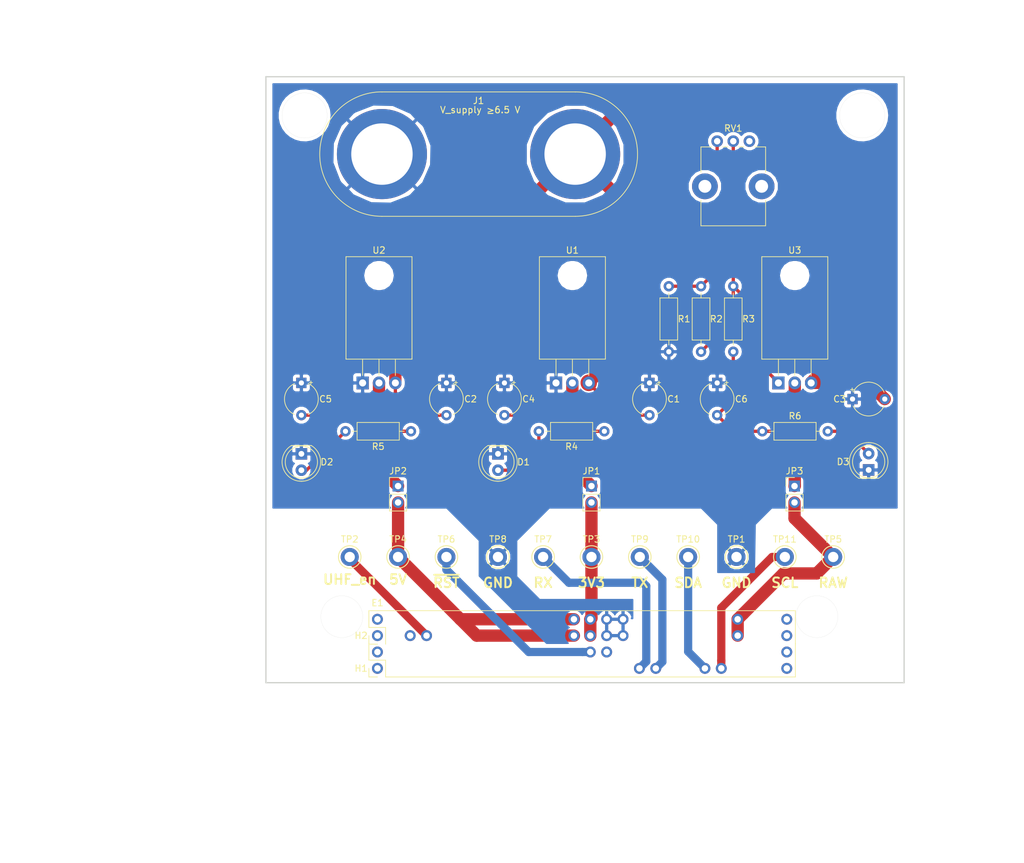
<source format=kicad_pcb>
(kicad_pcb (version 20171130) (host pcbnew "(5.0.2)-1")

  (general
    (thickness 1.6)
    (drawings 25)
    (tracks 105)
    (zones 0)
    (modules 35)
    (nets 20)
  )

  (page A4)
  (layers
    (0 F.Cu signal)
    (31 B.Cu signal)
    (32 B.Adhes user)
    (33 F.Adhes user)
    (34 B.Paste user)
    (35 F.Paste user)
    (36 B.SilkS user)
    (37 F.SilkS user)
    (38 B.Mask user)
    (39 F.Mask user)
    (40 Dwgs.User user)
    (41 Cmts.User user)
    (42 Eco1.User user)
    (43 Eco2.User user)
    (44 Edge.Cuts user)
    (45 Margin user)
    (46 B.CrtYd user)
    (47 F.CrtYd user)
    (48 B.Fab user)
    (49 F.Fab user)
  )

  (setup
    (last_trace_width 0.25)
    (user_trace_width 0.254)
    (user_trace_width 0.3048)
    (user_trace_width 0.508)
    (user_trace_width 1.27)
    (user_trace_width 1.905)
    (user_trace_width 2.54)
    (user_trace_width 5.08)
    (user_trace_width 12.7)
    (trace_clearance 0.2)
    (zone_clearance 0.508)
    (zone_45_only no)
    (trace_min 0.1524)
    (segment_width 0.2)
    (edge_width 0.2)
    (via_size 0.8)
    (via_drill 0.4)
    (via_min_size 0.6858)
    (via_min_drill 0.3302)
    (uvia_size 0.3)
    (uvia_drill 0.1)
    (uvias_allowed no)
    (uvia_min_size 0.2)
    (uvia_min_drill 0.1)
    (pcb_text_width 0.3)
    (pcb_text_size 1.5 1.5)
    (mod_edge_width 0.15)
    (mod_text_size 1 1)
    (mod_text_width 0.15)
    (pad_size 1.524 1.524)
    (pad_drill 0.762)
    (pad_to_mask_clearance 0.051)
    (solder_mask_min_width 0.25)
    (aux_axis_origin 0 0)
    (visible_elements 7FFFFFFF)
    (pcbplotparams
      (layerselection 0x010fc_ffffffff)
      (usegerberextensions false)
      (usegerberattributes true)
      (usegerberadvancedattributes false)
      (creategerberjobfile false)
      (excludeedgelayer false)
      (linewidth 0.100000)
      (plotframeref false)
      (viasonmask false)
      (mode 1)
      (useauxorigin false)
      (hpglpennumber 1)
      (hpglpenspeed 20)
      (hpglpendiameter 15.000000)
      (psnegative false)
      (psa4output false)
      (plotreference true)
      (plotvalue true)
      (plotinvisibletext false)
      (padsonsilk false)
      (subtractmaskfromsilk false)
      (outputformat 1)
      (mirror false)
      (drillshape 0)
      (scaleselection 1)
      (outputdirectory "gerbers/"))
  )

  (net 0 "")
  (net 1 V_supply)
  (net 2 GND)
  (net 3 "Net-(C4-Pad2)")
  (net 4 "Net-(C5-Pad2)")
  (net 5 "Net-(C6-Pad2)")
  (net 6 "Net-(D1-Pad2)")
  (net 7 "Net-(D2-Pad2)")
  (net 8 "Net-(D3-Pad2)")
  (net 9 "Net-(E1-Pad59)")
  (net 10 3V3)
  (net 11 5V)
  (net 12 Raw)
  (net 13 "Net-(E1-Pad43)")
  (net 14 "Net-(E1-Pad41)")
  (net 15 "Net-(E1-Pad35)")
  (net 16 "Net-(E1-Pad33)")
  (net 17 "Net-(E1-Pad28)")
  (net 18 "Net-(R1-Pad1)")
  (net 19 "Net-(R2-Pad2)")

  (net_class Default "This is the default net class."
    (clearance 0.2)
    (trace_width 0.25)
    (via_dia 0.8)
    (via_drill 0.4)
    (uvia_dia 0.3)
    (uvia_drill 0.1)
    (add_net 3V3)
    (add_net 5V)
    (add_net GND)
    (add_net "Net-(C4-Pad2)")
    (add_net "Net-(C5-Pad2)")
    (add_net "Net-(C6-Pad2)")
    (add_net "Net-(D1-Pad2)")
    (add_net "Net-(D2-Pad2)")
    (add_net "Net-(D3-Pad2)")
    (add_net "Net-(E1-Pad28)")
    (add_net "Net-(E1-Pad33)")
    (add_net "Net-(E1-Pad35)")
    (add_net "Net-(E1-Pad41)")
    (add_net "Net-(E1-Pad43)")
    (add_net "Net-(E1-Pad59)")
    (add_net "Net-(R1-Pad1)")
    (add_net "Net-(R2-Pad2)")
    (add_net Raw)
    (add_net V_supply)
  )

  (module Potentiometer_THT:Potentiometer_Alps_RK09K_Single_Vertical (layer F.Cu) (tedit 5A3D4993) (tstamp 5F11054A)
    (at 167 63 270)
    (descr "Potentiometer, vertical, Alps RK09K Single, http://www.alps.com/prod/info/E/HTML/Potentiometer/RotaryPotentiometers/RK09K/RK09K_list.html")
    (tags "Potentiometer vertical Alps RK09K Single")
    (path /5F0EB6D9)
    (fp_text reference RV1 (at -2 -2.5) (layer F.SilkS)
      (effects (font (size 1 1) (thickness 0.15)))
    )
    (fp_text value R_POT (at 6.05 5.15 270) (layer F.Fab)
      (effects (font (size 1 1) (thickness 0.15)))
    )
    (fp_circle (center 7.5 -2.5) (end 10.5 -2.5) (layer F.Fab) (width 0.1))
    (fp_line (start 1 -7.4) (end 1 2.4) (layer F.Fab) (width 0.1))
    (fp_line (start 1 2.4) (end 13 2.4) (layer F.Fab) (width 0.1))
    (fp_line (start 13 2.4) (end 13 -7.4) (layer F.Fab) (width 0.1))
    (fp_line (start 13 -7.4) (end 1 -7.4) (layer F.Fab) (width 0.1))
    (fp_line (start 0.88 -7.521) (end 4.817 -7.521) (layer F.SilkS) (width 0.12))
    (fp_line (start 9.184 -7.521) (end 13.12 -7.521) (layer F.SilkS) (width 0.12))
    (fp_line (start 0.88 2.52) (end 4.817 2.52) (layer F.SilkS) (width 0.12))
    (fp_line (start 9.184 2.52) (end 13.12 2.52) (layer F.SilkS) (width 0.12))
    (fp_line (start 0.88 -7.521) (end 0.88 -5.871) (layer F.SilkS) (width 0.12))
    (fp_line (start 0.88 -4.129) (end 0.88 -3.37) (layer F.SilkS) (width 0.12))
    (fp_line (start 0.88 -1.629) (end 0.88 -0.87) (layer F.SilkS) (width 0.12))
    (fp_line (start 0.88 0.87) (end 0.88 2.52) (layer F.SilkS) (width 0.12))
    (fp_line (start 13.12 -7.521) (end 13.12 2.52) (layer F.SilkS) (width 0.12))
    (fp_line (start -1.15 -9.15) (end -1.15 4.15) (layer F.CrtYd) (width 0.05))
    (fp_line (start -1.15 4.15) (end 13.25 4.15) (layer F.CrtYd) (width 0.05))
    (fp_line (start 13.25 4.15) (end 13.25 -9.15) (layer F.CrtYd) (width 0.05))
    (fp_line (start 13.25 -9.15) (end -1.15 -9.15) (layer F.CrtYd) (width 0.05))
    (fp_text user %R (at 2 -2.5) (layer F.Fab)
      (effects (font (size 1 1) (thickness 0.15)))
    )
    (pad 3 thru_hole circle (at 0 -5 270) (size 1.8 1.8) (drill 1) (layers *.Cu *.Mask))
    (pad 2 thru_hole circle (at 0 -2.5 270) (size 1.8 1.8) (drill 1) (layers *.Cu *.Mask)
      (net 19 "Net-(R2-Pad2)"))
    (pad 1 thru_hole circle (at 0 0 270) (size 1.8 1.8) (drill 1) (layers *.Cu *.Mask)
      (net 18 "Net-(R1-Pad1)"))
    (pad "" np_thru_hole circle (at 7 -6.9 270) (size 4 4) (drill 2) (layers *.Cu *.Mask))
    (pad "" np_thru_hole circle (at 7 1.9 270) (size 4 4) (drill 2) (layers *.Cu *.Mask))
    (model ${KISYS3DMOD}/Potentiometer_THT.3dshapes/Potentiometer_Alps_RK09K_Single_Vertical.wrl
      (at (xyz 0 0 0))
      (scale (xyz 1 1 1))
      (rotate (xyz 0 0 0))
    )
  )

  (module Capacitor_THT:CP_Radial_Tantal_D5.0mm_P5.00mm (layer F.Cu) (tedit 5AE50EF0) (tstamp 5F110364)
    (at 156.5 100.5 270)
    (descr "CP, Radial_Tantal series, Radial, pin pitch=5.00mm, , diameter=5.0mm, Tantal Electrolytic Capacitor, http://cdn-reichelt.de/documents/datenblatt/B300/TANTAL-TB-Serie%23.pdf")
    (tags "CP Radial_Tantal series Radial pin pitch 5.00mm  diameter 5.0mm Tantal Electrolytic Capacitor")
    (path /5F0E6D3B)
    (fp_text reference C1 (at 2.5 -3.75) (layer F.SilkS)
      (effects (font (size 1 1) (thickness 0.15)))
    )
    (fp_text value 10uF (at 2.5 3.75 270) (layer F.Fab)
      (effects (font (size 1 1) (thickness 0.15)))
    )
    (fp_text user %R (at 2.5 0 270) (layer F.Fab)
      (effects (font (size 1 1) (thickness 0.15)))
    )
    (fp_line (start -0.054775 -1.725) (end -0.054775 -1.225) (layer F.SilkS) (width 0.12))
    (fp_line (start -0.304775 -1.475) (end 0.195225 -1.475) (layer F.SilkS) (width 0.12))
    (fp_line (start 0.616395 -1.3375) (end 0.616395 -0.8375) (layer F.Fab) (width 0.1))
    (fp_line (start 0.366395 -1.0875) (end 0.866395 -1.0875) (layer F.Fab) (width 0.1))
    (fp_circle (center 2.5 0) (end 6.22 0) (layer F.CrtYd) (width 0.05))
    (fp_circle (center 2.5 0) (end 5 0) (layer F.Fab) (width 0.1))
    (fp_arc (start 2.5 0) (end 0.104003 1.06) (angle -132.27036) (layer F.SilkS) (width 0.12))
    (fp_arc (start 2.5 0) (end 0.104003 -1.06) (angle 132.27036) (layer F.SilkS) (width 0.12))
    (pad 2 thru_hole circle (at 5 0 270) (size 1.6 1.6) (drill 0.8) (layers *.Cu *.Mask)
      (net 1 V_supply))
    (pad 1 thru_hole rect (at 0 0 270) (size 1.6 1.6) (drill 0.8) (layers *.Cu *.Mask)
      (net 2 GND))
    (model ${KISYS3DMOD}/Capacitor_THT.3dshapes/CP_Radial_Tantal_D5.0mm_P5.00mm.wrl
      (at (xyz 0 0 0))
      (scale (xyz 1 1 1))
      (rotate (xyz 0 0 0))
    )
  )

  (module Capacitor_THT:CP_Radial_Tantal_D5.0mm_P5.00mm (layer F.Cu) (tedit 5AE50EF0) (tstamp 5F1120B5)
    (at 125 100.5 270)
    (descr "CP, Radial_Tantal series, Radial, pin pitch=5.00mm, , diameter=5.0mm, Tantal Electrolytic Capacitor, http://cdn-reichelt.de/documents/datenblatt/B300/TANTAL-TB-Serie%23.pdf")
    (tags "CP Radial_Tantal series Radial pin pitch 5.00mm  diameter 5.0mm Tantal Electrolytic Capacitor")
    (path /5F0E833E)
    (fp_text reference C2 (at 2.5 -3.75) (layer F.SilkS)
      (effects (font (size 1 1) (thickness 0.15)))
    )
    (fp_text value 10uF (at 2.5 3.75 270) (layer F.Fab)
      (effects (font (size 1 1) (thickness 0.15)))
    )
    (fp_text user %R (at 2.5 0 270) (layer F.Fab)
      (effects (font (size 1 1) (thickness 0.15)))
    )
    (fp_line (start -0.054775 -1.725) (end -0.054775 -1.225) (layer F.SilkS) (width 0.12))
    (fp_line (start -0.304775 -1.475) (end 0.195225 -1.475) (layer F.SilkS) (width 0.12))
    (fp_line (start 0.616395 -1.3375) (end 0.616395 -0.8375) (layer F.Fab) (width 0.1))
    (fp_line (start 0.366395 -1.0875) (end 0.866395 -1.0875) (layer F.Fab) (width 0.1))
    (fp_circle (center 2.5 0) (end 6.22 0) (layer F.CrtYd) (width 0.05))
    (fp_circle (center 2.5 0) (end 5 0) (layer F.Fab) (width 0.1))
    (fp_arc (start 2.5 0) (end 0.104003 1.06) (angle -132.27036) (layer F.SilkS) (width 0.12))
    (fp_arc (start 2.5 0) (end 0.104003 -1.06) (angle 132.27036) (layer F.SilkS) (width 0.12))
    (pad 2 thru_hole circle (at 5 0 270) (size 1.6 1.6) (drill 0.8) (layers *.Cu *.Mask)
      (net 1 V_supply))
    (pad 1 thru_hole rect (at 0 0 270) (size 1.6 1.6) (drill 0.8) (layers *.Cu *.Mask)
      (net 2 GND))
    (model ${KISYS3DMOD}/Capacitor_THT.3dshapes/CP_Radial_Tantal_D5.0mm_P5.00mm.wrl
      (at (xyz 0 0 0))
      (scale (xyz 1 1 1))
      (rotate (xyz 0 0 0))
    )
  )

  (module Capacitor_THT:CP_Radial_Tantal_D5.0mm_P5.00mm (layer F.Cu) (tedit 5AE50EF0) (tstamp 5F110382)
    (at 188 103)
    (descr "CP, Radial_Tantal series, Radial, pin pitch=5.00mm, , diameter=5.0mm, Tantal Electrolytic Capacitor, http://cdn-reichelt.de/documents/datenblatt/B300/TANTAL-TB-Serie%23.pdf")
    (tags "CP Radial_Tantal series Radial pin pitch 5.00mm  diameter 5.0mm Tantal Electrolytic Capacitor")
    (path /5F0E9064)
    (fp_text reference C3 (at -2 0) (layer F.SilkS)
      (effects (font (size 1 1) (thickness 0.15)))
    )
    (fp_text value 10uF (at 2.5 3.75) (layer F.Fab)
      (effects (font (size 1 1) (thickness 0.15)))
    )
    (fp_text user %R (at 2.5 0) (layer F.Fab)
      (effects (font (size 1 1) (thickness 0.15)))
    )
    (fp_line (start -0.054775 -1.725) (end -0.054775 -1.225) (layer F.SilkS) (width 0.12))
    (fp_line (start -0.304775 -1.475) (end 0.195225 -1.475) (layer F.SilkS) (width 0.12))
    (fp_line (start 0.616395 -1.3375) (end 0.616395 -0.8375) (layer F.Fab) (width 0.1))
    (fp_line (start 0.366395 -1.0875) (end 0.866395 -1.0875) (layer F.Fab) (width 0.1))
    (fp_circle (center 2.5 0) (end 6.22 0) (layer F.CrtYd) (width 0.05))
    (fp_circle (center 2.5 0) (end 5 0) (layer F.Fab) (width 0.1))
    (fp_arc (start 2.5 0) (end 0.104003 1.06) (angle -132.27036) (layer F.SilkS) (width 0.12))
    (fp_arc (start 2.5 0) (end 0.104003 -1.06) (angle 132.27036) (layer F.SilkS) (width 0.12))
    (pad 2 thru_hole circle (at 5 0) (size 1.6 1.6) (drill 0.8) (layers *.Cu *.Mask)
      (net 1 V_supply))
    (pad 1 thru_hole rect (at 0 0) (size 1.6 1.6) (drill 0.8) (layers *.Cu *.Mask)
      (net 2 GND))
    (model ${KISYS3DMOD}/Capacitor_THT.3dshapes/CP_Radial_Tantal_D5.0mm_P5.00mm.wrl
      (at (xyz 0 0 0))
      (scale (xyz 1 1 1))
      (rotate (xyz 0 0 0))
    )
  )

  (module Capacitor_THT:CP_Radial_Tantal_D5.0mm_P5.00mm (layer F.Cu) (tedit 5AE50EF0) (tstamp 5F111221)
    (at 134 100.5 270)
    (descr "CP, Radial_Tantal series, Radial, pin pitch=5.00mm, , diameter=5.0mm, Tantal Electrolytic Capacitor, http://cdn-reichelt.de/documents/datenblatt/B300/TANTAL-TB-Serie%23.pdf")
    (tags "CP Radial_Tantal series Radial pin pitch 5.00mm  diameter 5.0mm Tantal Electrolytic Capacitor")
    (path /5F0E6E4F)
    (fp_text reference C4 (at 2.5 -3.75) (layer F.SilkS)
      (effects (font (size 1 1) (thickness 0.15)))
    )
    (fp_text value 10uF (at 2.5 3.75 270) (layer F.Fab)
      (effects (font (size 1 1) (thickness 0.15)))
    )
    (fp_arc (start 2.5 0) (end 0.104003 -1.06) (angle 132.27036) (layer F.SilkS) (width 0.12))
    (fp_arc (start 2.5 0) (end 0.104003 1.06) (angle -132.27036) (layer F.SilkS) (width 0.12))
    (fp_circle (center 2.5 0) (end 5 0) (layer F.Fab) (width 0.1))
    (fp_circle (center 2.5 0) (end 6.22 0) (layer F.CrtYd) (width 0.05))
    (fp_line (start 0.366395 -1.0875) (end 0.866395 -1.0875) (layer F.Fab) (width 0.1))
    (fp_line (start 0.616395 -1.3375) (end 0.616395 -0.8375) (layer F.Fab) (width 0.1))
    (fp_line (start -0.304775 -1.475) (end 0.195225 -1.475) (layer F.SilkS) (width 0.12))
    (fp_line (start -0.054775 -1.725) (end -0.054775 -1.225) (layer F.SilkS) (width 0.12))
    (fp_text user %R (at 2.5 0 270) (layer F.Fab)
      (effects (font (size 1 1) (thickness 0.15)))
    )
    (pad 1 thru_hole rect (at 0 0 270) (size 1.6 1.6) (drill 0.8) (layers *.Cu *.Mask)
      (net 2 GND))
    (pad 2 thru_hole circle (at 5 0 270) (size 1.6 1.6) (drill 0.8) (layers *.Cu *.Mask)
      (net 3 "Net-(C4-Pad2)"))
    (model ${KISYS3DMOD}/Capacitor_THT.3dshapes/CP_Radial_Tantal_D5.0mm_P5.00mm.wrl
      (at (xyz 0 0 0))
      (scale (xyz 1 1 1))
      (rotate (xyz 0 0 0))
    )
  )

  (module Capacitor_THT:CP_Radial_Tantal_D5.0mm_P5.00mm (layer F.Cu) (tedit 5AE50EF0) (tstamp 5F11208B)
    (at 102.5 100.5 270)
    (descr "CP, Radial_Tantal series, Radial, pin pitch=5.00mm, , diameter=5.0mm, Tantal Electrolytic Capacitor, http://cdn-reichelt.de/documents/datenblatt/B300/TANTAL-TB-Serie%23.pdf")
    (tags "CP Radial_Tantal series Radial pin pitch 5.00mm  diameter 5.0mm Tantal Electrolytic Capacitor")
    (path /5F0E8345)
    (fp_text reference C5 (at 2.5 -3.75) (layer F.SilkS)
      (effects (font (size 1 1) (thickness 0.15)))
    )
    (fp_text value 10uF (at 2.5 3.75 270) (layer F.Fab)
      (effects (font (size 1 1) (thickness 0.15)))
    )
    (fp_arc (start 2.5 0) (end 0.104003 -1.06) (angle 132.27036) (layer F.SilkS) (width 0.12))
    (fp_arc (start 2.5 0) (end 0.104003 1.06) (angle -132.27036) (layer F.SilkS) (width 0.12))
    (fp_circle (center 2.5 0) (end 5 0) (layer F.Fab) (width 0.1))
    (fp_circle (center 2.5 0) (end 6.22 0) (layer F.CrtYd) (width 0.05))
    (fp_line (start 0.366395 -1.0875) (end 0.866395 -1.0875) (layer F.Fab) (width 0.1))
    (fp_line (start 0.616395 -1.3375) (end 0.616395 -0.8375) (layer F.Fab) (width 0.1))
    (fp_line (start -0.304775 -1.475) (end 0.195225 -1.475) (layer F.SilkS) (width 0.12))
    (fp_line (start -0.054775 -1.725) (end -0.054775 -1.225) (layer F.SilkS) (width 0.12))
    (fp_text user %R (at 2.5 0 270) (layer F.Fab)
      (effects (font (size 1 1) (thickness 0.15)))
    )
    (pad 1 thru_hole rect (at 0 0 270) (size 1.6 1.6) (drill 0.8) (layers *.Cu *.Mask)
      (net 2 GND))
    (pad 2 thru_hole circle (at 5 0 270) (size 1.6 1.6) (drill 0.8) (layers *.Cu *.Mask)
      (net 4 "Net-(C5-Pad2)"))
    (model ${KISYS3DMOD}/Capacitor_THT.3dshapes/CP_Radial_Tantal_D5.0mm_P5.00mm.wrl
      (at (xyz 0 0 0))
      (scale (xyz 1 1 1))
      (rotate (xyz 0 0 0))
    )
  )

  (module Capacitor_THT:CP_Radial_Tantal_D5.0mm_P5.00mm (layer F.Cu) (tedit 5AE50EF0) (tstamp 5F111285)
    (at 167 100.5 270)
    (descr "CP, Radial_Tantal series, Radial, pin pitch=5.00mm, , diameter=5.0mm, Tantal Electrolytic Capacitor, http://cdn-reichelt.de/documents/datenblatt/B300/TANTAL-TB-Serie%23.pdf")
    (tags "CP Radial_Tantal series Radial pin pitch 5.00mm  diameter 5.0mm Tantal Electrolytic Capacitor")
    (path /5F0E906B)
    (fp_text reference C6 (at 2.5 -3.75) (layer F.SilkS)
      (effects (font (size 1 1) (thickness 0.15)))
    )
    (fp_text value 10uF (at 2.5 3.75 270) (layer F.Fab)
      (effects (font (size 1 1) (thickness 0.15)))
    )
    (fp_arc (start 2.5 0) (end 0.104003 -1.06) (angle 132.27036) (layer F.SilkS) (width 0.12))
    (fp_arc (start 2.5 0) (end 0.104003 1.06) (angle -132.27036) (layer F.SilkS) (width 0.12))
    (fp_circle (center 2.5 0) (end 5 0) (layer F.Fab) (width 0.1))
    (fp_circle (center 2.5 0) (end 6.22 0) (layer F.CrtYd) (width 0.05))
    (fp_line (start 0.366395 -1.0875) (end 0.866395 -1.0875) (layer F.Fab) (width 0.1))
    (fp_line (start 0.616395 -1.3375) (end 0.616395 -0.8375) (layer F.Fab) (width 0.1))
    (fp_line (start -0.304775 -1.475) (end 0.195225 -1.475) (layer F.SilkS) (width 0.12))
    (fp_line (start -0.054775 -1.725) (end -0.054775 -1.225) (layer F.SilkS) (width 0.12))
    (fp_text user %R (at 2.5 0 270) (layer F.Fab)
      (effects (font (size 1 1) (thickness 0.15)))
    )
    (pad 1 thru_hole rect (at 0 0 270) (size 1.6 1.6) (drill 0.8) (layers *.Cu *.Mask)
      (net 2 GND))
    (pad 2 thru_hole circle (at 5 0 270) (size 1.6 1.6) (drill 0.8) (layers *.Cu *.Mask)
      (net 5 "Net-(C6-Pad2)"))
    (model ${KISYS3DMOD}/Capacitor_THT.3dshapes/CP_Radial_Tantal_D5.0mm_P5.00mm.wrl
      (at (xyz 0 0 0))
      (scale (xyz 1 1 1))
      (rotate (xyz 0 0 0))
    )
  )

  (module LED_THT:LED_D5.0mm (layer F.Cu) (tedit 5995936A) (tstamp 5F1103C1)
    (at 133 111.5 270)
    (descr "LED, diameter 5.0mm, 2 pins, http://cdn-reichelt.de/documents/datenblatt/A500/LL-504BC2E-009.pdf")
    (tags "LED diameter 5.0mm 2 pins")
    (path /5F0E6FF9)
    (fp_text reference D1 (at 1.27 -3.96) (layer F.SilkS)
      (effects (font (size 1 1) (thickness 0.15)))
    )
    (fp_text value LTL-4234 (at 1.27 3.96 270) (layer F.Fab)
      (effects (font (size 1 1) (thickness 0.15)))
    )
    (fp_arc (start 1.27 0) (end -1.23 -1.469694) (angle 299.1) (layer F.Fab) (width 0.1))
    (fp_arc (start 1.27 0) (end -1.29 -1.54483) (angle 148.9) (layer F.SilkS) (width 0.12))
    (fp_arc (start 1.27 0) (end -1.29 1.54483) (angle -148.9) (layer F.SilkS) (width 0.12))
    (fp_circle (center 1.27 0) (end 3.77 0) (layer F.Fab) (width 0.1))
    (fp_circle (center 1.27 0) (end 3.77 0) (layer F.SilkS) (width 0.12))
    (fp_line (start -1.23 -1.469694) (end -1.23 1.469694) (layer F.Fab) (width 0.1))
    (fp_line (start -1.29 -1.545) (end -1.29 1.545) (layer F.SilkS) (width 0.12))
    (fp_line (start -1.95 -3.25) (end -1.95 3.25) (layer F.CrtYd) (width 0.05))
    (fp_line (start -1.95 3.25) (end 4.5 3.25) (layer F.CrtYd) (width 0.05))
    (fp_line (start 4.5 3.25) (end 4.5 -3.25) (layer F.CrtYd) (width 0.05))
    (fp_line (start 4.5 -3.25) (end -1.95 -3.25) (layer F.CrtYd) (width 0.05))
    (fp_text user %R (at 1.25 0 270) (layer F.Fab)
      (effects (font (size 0.8 0.8) (thickness 0.2)))
    )
    (pad 1 thru_hole rect (at 0 0 270) (size 1.8 1.8) (drill 0.9) (layers *.Cu *.Mask)
      (net 2 GND))
    (pad 2 thru_hole circle (at 2.54 0 270) (size 1.8 1.8) (drill 0.9) (layers *.Cu *.Mask)
      (net 6 "Net-(D1-Pad2)"))
    (model ${KISYS3DMOD}/LED_THT.3dshapes/LED_D5.0mm.wrl
      (at (xyz 0 0 0))
      (scale (xyz 1 1 1))
      (rotate (xyz 0 0 0))
    )
  )

  (module LED_THT:LED_D5.0mm (layer F.Cu) (tedit 5995936A) (tstamp 5F11201C)
    (at 102.5 111.5 270)
    (descr "LED, diameter 5.0mm, 2 pins, http://cdn-reichelt.de/documents/datenblatt/A500/LL-504BC2E-009.pdf")
    (tags "LED diameter 5.0mm 2 pins")
    (path /5F0E8353)
    (fp_text reference D2 (at 1.27 -3.96) (layer F.SilkS)
      (effects (font (size 1 1) (thickness 0.15)))
    )
    (fp_text value LTL-4234 (at 1.27 3.96 270) (layer F.Fab)
      (effects (font (size 1 1) (thickness 0.15)))
    )
    (fp_text user %R (at 1.25 0 270) (layer F.Fab)
      (effects (font (size 0.8 0.8) (thickness 0.2)))
    )
    (fp_line (start 4.5 -3.25) (end -1.95 -3.25) (layer F.CrtYd) (width 0.05))
    (fp_line (start 4.5 3.25) (end 4.5 -3.25) (layer F.CrtYd) (width 0.05))
    (fp_line (start -1.95 3.25) (end 4.5 3.25) (layer F.CrtYd) (width 0.05))
    (fp_line (start -1.95 -3.25) (end -1.95 3.25) (layer F.CrtYd) (width 0.05))
    (fp_line (start -1.29 -1.545) (end -1.29 1.545) (layer F.SilkS) (width 0.12))
    (fp_line (start -1.23 -1.469694) (end -1.23 1.469694) (layer F.Fab) (width 0.1))
    (fp_circle (center 1.27 0) (end 3.77 0) (layer F.SilkS) (width 0.12))
    (fp_circle (center 1.27 0) (end 3.77 0) (layer F.Fab) (width 0.1))
    (fp_arc (start 1.27 0) (end -1.29 1.54483) (angle -148.9) (layer F.SilkS) (width 0.12))
    (fp_arc (start 1.27 0) (end -1.29 -1.54483) (angle 148.9) (layer F.SilkS) (width 0.12))
    (fp_arc (start 1.27 0) (end -1.23 -1.469694) (angle 299.1) (layer F.Fab) (width 0.1))
    (pad 2 thru_hole circle (at 2.54 0 270) (size 1.8 1.8) (drill 0.9) (layers *.Cu *.Mask)
      (net 7 "Net-(D2-Pad2)"))
    (pad 1 thru_hole rect (at 0 0 270) (size 1.8 1.8) (drill 0.9) (layers *.Cu *.Mask)
      (net 2 GND))
    (model ${KISYS3DMOD}/LED_THT.3dshapes/LED_D5.0mm.wrl
      (at (xyz 0 0 0))
      (scale (xyz 1 1 1))
      (rotate (xyz 0 0 0))
    )
  )

  (module LED_THT:LED_D5.0mm (layer F.Cu) (tedit 5995936A) (tstamp 5F1103E5)
    (at 190.5 114 90)
    (descr "LED, diameter 5.0mm, 2 pins, http://cdn-reichelt.de/documents/datenblatt/A500/LL-504BC2E-009.pdf")
    (tags "LED diameter 5.0mm 2 pins")
    (path /5F0E9079)
    (fp_text reference D3 (at 1.27 -3.96 180) (layer F.SilkS)
      (effects (font (size 1 1) (thickness 0.15)))
    )
    (fp_text value LTL-4234 (at 1.27 3.96 90) (layer F.Fab)
      (effects (font (size 1 1) (thickness 0.15)))
    )
    (fp_arc (start 1.27 0) (end -1.23 -1.469694) (angle 299.1) (layer F.Fab) (width 0.1))
    (fp_arc (start 1.27 0) (end -1.29 -1.54483) (angle 148.9) (layer F.SilkS) (width 0.12))
    (fp_arc (start 1.27 0) (end -1.29 1.54483) (angle -148.9) (layer F.SilkS) (width 0.12))
    (fp_circle (center 1.27 0) (end 3.77 0) (layer F.Fab) (width 0.1))
    (fp_circle (center 1.27 0) (end 3.77 0) (layer F.SilkS) (width 0.12))
    (fp_line (start -1.23 -1.469694) (end -1.23 1.469694) (layer F.Fab) (width 0.1))
    (fp_line (start -1.29 -1.545) (end -1.29 1.545) (layer F.SilkS) (width 0.12))
    (fp_line (start -1.95 -3.25) (end -1.95 3.25) (layer F.CrtYd) (width 0.05))
    (fp_line (start -1.95 3.25) (end 4.5 3.25) (layer F.CrtYd) (width 0.05))
    (fp_line (start 4.5 3.25) (end 4.5 -3.25) (layer F.CrtYd) (width 0.05))
    (fp_line (start 4.5 -3.25) (end -1.95 -3.25) (layer F.CrtYd) (width 0.05))
    (fp_text user %R (at 1.25 0 90) (layer F.Fab)
      (effects (font (size 0.8 0.8) (thickness 0.2)))
    )
    (pad 1 thru_hole rect (at 0 0 90) (size 1.8 1.8) (drill 0.9) (layers *.Cu *.Mask)
      (net 2 GND))
    (pad 2 thru_hole circle (at 2.54 0 90) (size 1.8 1.8) (drill 0.9) (layers *.Cu *.Mask)
      (net 8 "Net-(D3-Pad2)"))
    (model ${KISYS3DMOD}/LED_THT.3dshapes/LED_D5.0mm.wrl
      (at (xyz 0 0 0))
      (scale (xyz 1 1 1))
      (rotate (xyz 0 0 0))
    )
  )

  (module footprints:Endurosat_Connector_Partial_4x26_2.54mm (layer F.Cu) (tedit 5ECDE0A7) (tstamp 5F112D9E)
    (at 114.3 144.78 90)
    (descr "Through hole straight pin header, 2x26, 2.54mm pitch, double rows")
    (tags "Through hole pin header THT 2x26 2.54mm double row")
    (path /5F0F5781)
    (fp_text reference E1 (at 10.16 0) (layer F.SilkS)
      (effects (font (size 1 1) (thickness 0.15)))
    )
    (fp_text value EndurosatConnector_Partial (at 10.5 57.75 180) (layer F.Fab)
      (effects (font (size 1 1) (thickness 0.15)))
    )
    (fp_text user H2 (at 5.08 -2.54 180) (layer F.SilkS)
      (effects (font (size 1 1) (thickness 0.15)))
    )
    (fp_text user H1 (at 0 -2.54 180) (layer F.SilkS)
      (effects (font (size 1 1) (thickness 0.15)))
    )
    (fp_line (start 8.89 -1.27) (end 8.89 64.77) (layer F.Fab) (width 0.1))
    (fp_line (start 6.35 1.27) (end 6.35 -1.33) (layer F.SilkS) (width 0.12))
    (fp_line (start 8.95 -1.33) (end 8.95 64.83) (layer F.SilkS) (width 0.12))
    (fp_line (start 3.75 1.27) (end 6.35 1.27) (layer F.SilkS) (width 0.12))
    (fp_line (start 6.35 -1.33) (end 8.95 -1.33) (layer F.SilkS) (width 0.12))
    (fp_line (start 3.75 0) (end 3.75 -1.33) (layer F.SilkS) (width 0.12))
    (fp_line (start 3.75 64.83) (end 8.95 64.83) (layer F.SilkS) (width 0.12))
    (fp_line (start 3.75 -1.33) (end 5.08 -1.33) (layer F.SilkS) (width 0.12))
    (fp_line (start 5.08 -1.27) (end 8.89 -1.27) (layer F.Fab) (width 0.1))
    (fp_line (start 8.89 64.77) (end 3.81 64.77) (layer F.Fab) (width 0.1))
    (fp_line (start 3.81 0) (end 5.08 -1.27) (layer F.Fab) (width 0.1))
    (fp_text user %R (at 2.54 68.58 270) (layer F.Fab)
      (effects (font (size 1 1) (thickness 0.15)))
    )
    (fp_line (start -1.33 -1.33) (end 0 -1.33) (layer F.SilkS) (width 0.12))
    (fp_line (start -1.33 0) (end -1.33 -1.33) (layer F.SilkS) (width 0.12))
    (fp_line (start 1.27 -1.33) (end 3.87 -1.33) (layer F.SilkS) (width 0.12))
    (fp_line (start 1.27 1.27) (end 1.27 -1.33) (layer F.SilkS) (width 0.12))
    (fp_line (start -1.33 1.27) (end 1.27 1.27) (layer F.SilkS) (width 0.12))
    (fp_line (start -1.33 1.27) (end -1.33 64.83) (layer F.SilkS) (width 0.12))
    (fp_line (start -1.33 64.83) (end 3.87 64.83) (layer F.SilkS) (width 0.12))
    (fp_line (start -1.27 0) (end 0 -1.27) (layer F.Fab) (width 0.1))
    (fp_line (start -1.27 64.77) (end -1.27 0) (layer F.Fab) (width 0.1))
    (fp_line (start 3.81 64.77) (end -1.27 64.77) (layer F.Fab) (width 0.1))
    (fp_line (start 0 -1.27) (end 3.81 -1.27) (layer F.Fab) (width 0.1))
    (fp_text user SDA (at 0 50.8 90) (layer F.Fab)
      (effects (font (size 0.5 0.5) (thickness 0.125)))
    )
    (fp_text user SCL (at 0 53.34 90) (layer F.Fab)
      (effects (font (size 0.5 0.5) (thickness 0.125)))
    )
    (fp_text user ~RST (at 2.54 33.02 90) (layer F.Fab)
      (effects (font (size 0.5 0.5) (thickness 0.125)))
    )
    (fp_text user Rx (at 0 40.64 90) (layer F.Fab)
      (effects (font (size 0.5 0.5) (thickness 0.125)))
    )
    (fp_text user Tx (at 0 43.18 90) (layer F.Fab)
      (effects (font (size 0.5 0.5) (thickness 0.125)))
    )
    (fp_text user 5V (at 5.08 30.48 90) (layer F.Fab)
      (effects (font (size 0.5 0.5) (thickness 0.125)))
    )
    (fp_text user 5V (at 7.62 30.48 90) (layer F.Fab)
      (effects (font (size 0.5 0.5) (thickness 0.125)))
    )
    (fp_text user 3V3 (at 5.08 33.02 90) (layer F.Fab)
      (effects (font (size 0.5 0.5) (thickness 0.125)))
    )
    (fp_text user 3V3 (at 7.62 33.02 90) (layer F.Fab)
      (effects (font (size 0.5 0.5) (thickness 0.125)))
    )
    (fp_text user GND (at 5.08 35.56 90) (layer F.Fab)
      (effects (font (size 0.5 0.5) (thickness 0.125)))
    )
    (fp_text user GND (at 7.62 35.56 90) (layer F.Fab)
      (effects (font (size 0.5 0.5) (thickness 0.125)))
    )
    (fp_text user GND (at 5.08 38.1 90) (layer F.Fab)
      (effects (font (size 0.5 0.5) (thickness 0.125)))
    )
    (fp_text user GND (at 7.62 38.1 90) (layer F.Fab)
      (effects (font (size 0.5 0.5) (thickness 0.125)))
    )
    (fp_text user V_raw (at 5.08 55.88 90) (layer F.Fab)
      (effects (font (size 0.5 0.5) (thickness 0.125)))
    )
    (fp_text user V_raw (at 7.62 55.88 90) (layer F.Fab)
      (effects (font (size 0.5 0.5) (thickness 0.125)))
    )
    (fp_text user UHF_en (at 5.08 7.62 90) (layer F.Fab)
      (effects (font (size 0.5 0.5) (thickness 0.125)))
    )
    (fp_line (start 3.81 6.35) (end 3.81 8.89) (layer F.CrtYd) (width 0.05))
    (fp_line (start 3.81 8.89) (end 6.35 8.89) (layer F.CrtYd) (width 0.05))
    (fp_line (start 6.35 8.89) (end 6.35 6.35) (layer F.CrtYd) (width 0.05))
    (fp_line (start 8.89 29.21) (end 3.81 29.21) (layer F.CrtYd) (width 0.05))
    (fp_line (start 3.81 29.21) (end 3.81 31.75) (layer F.CrtYd) (width 0.05))
    (fp_line (start 3.81 31.75) (end 1.27 31.75) (layer F.CrtYd) (width 0.05))
    (fp_line (start 1.27 31.75) (end 1.27 34.29) (layer F.CrtYd) (width 0.05))
    (fp_line (start 3.81 39.37) (end 8.89 39.37) (layer F.CrtYd) (width 0.05))
    (fp_line (start 8.89 39.37) (end 8.89 29.21) (layer F.CrtYd) (width 0.05))
    (fp_line (start -1.27 39.37) (end 1.27 39.37) (layer F.CrtYd) (width 0.05))
    (fp_line (start 1.27 39.37) (end 1.27 44.45) (layer F.CrtYd) (width 0.05))
    (fp_line (start 1.27 44.45) (end -1.27 44.45) (layer F.CrtYd) (width 0.05))
    (fp_line (start -1.27 44.45) (end -1.27 39.37) (layer F.CrtYd) (width 0.05))
    (fp_line (start -1.27 49.53) (end 1.27 49.53) (layer F.CrtYd) (width 0.05))
    (fp_line (start 1.27 49.53) (end 1.27 54.61) (layer F.CrtYd) (width 0.05))
    (fp_line (start 1.27 54.61) (end -1.27 54.61) (layer F.CrtYd) (width 0.05))
    (fp_line (start -1.27 54.61) (end -1.27 49.53) (layer F.CrtYd) (width 0.05))
    (fp_line (start 8.89 54.61) (end 3.81 54.61) (layer F.CrtYd) (width 0.05))
    (fp_line (start 3.81 54.61) (end 3.81 57.15) (layer F.CrtYd) (width 0.05))
    (fp_line (start 3.81 57.15) (end 8.89 57.15) (layer F.CrtYd) (width 0.05))
    (fp_line (start 8.89 57.15) (end 8.89 54.61) (layer F.CrtYd) (width 0.05))
    (fp_circle (center 7.62 63.5) (end 7.63 63.5) (layer F.Fab) (width 0.01))
    (fp_circle (center 0 63.5) (end 0.1 63.5) (layer F.Fab) (width 0.05))
    (fp_circle (center 0 0) (end 0.1 0) (layer F.Fab) (width 0.05))
    (fp_circle (center 7.62 0) (end 7.72 0) (layer F.Fab) (width 0.05))
    (fp_text user UHF_en_opt (at 5.08 5.08 90) (layer F.Fab)
      (effects (font (size 0.5 0.5) (thickness 0.125)))
    )
    (fp_text user V_rtc (at 2.54 35.56 90) (layer F.Fab)
      (effects (font (size 0.5 0.5) (thickness 0.125)))
    )
    (fp_line (start 1.27 34.29) (end 1.27 36.83) (layer F.CrtYd) (width 0.05))
    (fp_line (start 1.27 36.83) (end 3.81 36.83) (layer F.CrtYd) (width 0.05))
    (fp_line (start 3.81 39.37) (end 3.81 36.83) (layer F.CrtYd) (width 0.05))
    (fp_line (start 6.35 6.35) (end 6.35 3.81) (layer F.CrtYd) (width 0.05))
    (fp_line (start 6.35 3.81) (end 3.81 3.81) (layer F.CrtYd) (width 0.05))
    (fp_line (start 3.81 3.81) (end 3.81 6.35) (layer F.CrtYd) (width 0.05))
    (pad 59 thru_hole oval (at 5.08 7.62 90) (size 1.7 1.7) (drill 1) (layers *.Cu *.Mask)
      (net 9 "Net-(E1-Pad59)"))
    (pad 83 thru_hole oval (at 5.08 38.1 90) (size 1.7 1.7) (drill 1) (layers *.Cu *.Mask)
      (net 2 GND))
    (pad 79 thru_hole oval (at 5.08 33.02 90) (size 1.7 1.7) (drill 1) (layers *.Cu *.Mask)
      (net 10 3V3))
    (pad 77 thru_hole oval (at 5.08 30.48 90) (size 1.7 1.7) (drill 1) (layers *.Cu *.Mask)
      (net 11 5V))
    (pad 97 thru_hole oval (at 5.08 55.88 90) (size 1.7 1.7) (drill 1) (layers *.Cu *.Mask)
      (net 12 Raw))
    (pad 98 thru_hole oval (at 7.62 55.88 90) (size 1.7 1.7) (drill 1) (layers *.Cu *.Mask)
      (net 12 Raw))
    (pad 78 thru_hole oval (at 7.62 30.48 90) (size 1.7 1.7) (drill 1) (layers *.Cu *.Mask)
      (net 11 5V))
    (pad 80 thru_hole oval (at 7.62 33.02 90) (size 1.7 1.7) (drill 1) (layers *.Cu *.Mask)
      (net 10 3V3))
    (pad 82 thru_hole oval (at 7.62 35.56 90) (size 1.7 1.7) (drill 1) (layers *.Cu *.Mask)
      (net 2 GND))
    (pad 84 thru_hole oval (at 7.62 38.1 90) (size 1.7 1.7) (drill 1) (layers *.Cu *.Mask)
      (net 2 GND))
    (pad 81 thru_hole oval (at 5.08 35.56 90) (size 1.7 1.7) (drill 1) (layers *.Cu *.Mask)
      (net 2 GND))
    (pad 43 thru_hole oval (at 0 53.34 90) (size 1.7 1.7) (drill 1) (layers *.Cu *.Mask)
      (net 13 "Net-(E1-Pad43)"))
    (pad 41 thru_hole oval (at 0 50.8 90) (size 1.7 1.7) (drill 1) (layers *.Cu *.Mask)
      (net 14 "Net-(E1-Pad41)"))
    (pad 35 thru_hole oval (at 0 43.18 90) (size 1.7 1.7) (drill 1) (layers *.Cu *.Mask)
      (net 15 "Net-(E1-Pad35)"))
    (pad 33 thru_hole oval (at 0 40.64 90) (size 1.7 1.7) (drill 1) (layers *.Cu *.Mask)
      (net 16 "Net-(E1-Pad33)"))
    (pad 28 thru_hole oval (at 2.54 33.02 90) (size 1.7 1.7) (drill 1) (layers *.Cu *.Mask)
      (net 17 "Net-(E1-Pad28)"))
    (pad 57 thru_hole oval (at 5.08 5.08 90) (size 1.7 1.7) (drill 1) (layers *.Cu *.Mask))
    (pad 30 thru_hole oval (at 2.54 35.56 90) (size 1.7 1.7) (drill 1) (layers *.Cu *.Mask))
    (pad 1 thru_hole oval (at 0 0 90) (size 1.7 1.7) (drill 1) (layers *.Cu *.Mask))
    (pad 2 thru_hole oval (at 2.54 0 90) (size 1.7 1.7) (drill 1) (layers *.Cu *.Mask))
    (pad 53 thru_hole oval (at 5.08 0 90) (size 1.7 1.7) (drill 1) (layers *.Cu *.Mask))
    (pad 54 thru_hole oval (at 7.62 0 90) (size 1.7 1.7) (drill 1) (layers *.Cu *.Mask))
    (pad 51 thru_hole oval (at 0 63.5 90) (size 1.7 1.7) (drill 1) (layers *.Cu *.Mask))
    (pad 52 thru_hole oval (at 2.54 63.5 90) (size 1.7 1.7) (drill 1) (layers *.Cu *.Mask))
    (pad 103 thru_hole oval (at 5.08 63.5 90) (size 1.7 1.7) (drill 1) (layers *.Cu *.Mask))
    (pad 104 thru_hole oval (at 7.62 63.5 90) (size 1.7 1.7) (drill 1) (layers *.Cu *.Mask))
    (model ${KISYS3DMOD}/Connector_PinSocket_2.54mm.3dshapes/PinSocket_1x02_P2.54mm_Vertical.wrl
      (offset (xyz 7.619999885559082 0 0))
      (scale (xyz 1 1 1))
      (rotate (xyz 0 0 90))
    )
    (model ${KISYS3DMOD}/Connector_PinSocket_2.54mm.3dshapes/PinSocket_1x02_P2.54mm_Vertical.wrl
      (offset (xyz 2.539999961853027 0 0))
      (scale (xyz 1 1 1))
      (rotate (xyz 0 0 90))
    )
    (model ${KISYS3DMOD}/Connector_PinSocket_2.54mm.3dshapes/PinSocket_1x02_P2.54mm_Vertical.wrl
      (offset (xyz 5.079999923706055 -5.079999923706055 0))
      (scale (xyz 1 1 1))
      (rotate (xyz 0 0 0))
    )
    (model ${KISYS3DMOD}/Connector_PinSocket_2.54mm.3dshapes/PinSocket_1x02_P2.54mm_Vertical.wrl
      (offset (xyz 7.619999885559082 -30.47999954223633 0))
      (scale (xyz 1 1 1))
      (rotate (xyz 0 0 0))
    )
    (model ${KISYS3DMOD}/Connector_PinSocket_2.54mm.3dshapes/PinSocket_1x02_P2.54mm_Vertical.wrl
      (offset (xyz 7.619999885559082 -35.55999946594238 0))
      (scale (xyz 1 1 1))
      (rotate (xyz 0 0 0))
    )
    (model ${KISYS3DMOD}/Connector_PinSocket_2.54mm.3dshapes/PinSocket_1x02_P2.54mm_Vertical.wrl
      (offset (xyz 5.079999923706055 -30.47999954223633 0))
      (scale (xyz 1 1 1))
      (rotate (xyz 0 0 0))
    )
    (model ${KISYS3DMOD}/Connector_PinSocket_2.54mm.3dshapes/PinSocket_1x02_P2.54mm_Vertical.wrl
      (offset (xyz 5.079999923706055 -35.55999946594238 0))
      (scale (xyz 1 1 1))
      (rotate (xyz 0 0 0))
    )
    (model ${KISYS3DMOD}/Connector_PinSocket_2.54mm.3dshapes/PinSocket_1x02_P2.54mm_Vertical.wrl
      (offset (xyz 2.539999961853027 -33.01999950408936 0))
      (scale (xyz 1 1 1))
      (rotate (xyz 0 0 0))
    )
    (model ${KISYS3DMOD}/Connector_PinSocket_2.54mm.3dshapes/PinSocket_1x02_P2.54mm_Vertical.wrl
      (offset (xyz 0 -40.63999938964844 0))
      (scale (xyz 1 1 1))
      (rotate (xyz 0 0 0))
    )
    (model ${KISYS3DMOD}/Connector_PinSocket_2.54mm.3dshapes/PinSocket_1x02_P2.54mm_Vertical.wrl
      (offset (xyz 0 -50.79999923706055 0))
      (scale (xyz 1 1 1))
      (rotate (xyz 0 0 0))
    )
    (model ${KISYS3DMOD}/Connector_PinSocket_2.54mm.3dshapes/PinSocket_1x02_P2.54mm_Vertical.wrl
      (offset (xyz 6.984999895095826 -55.87999916076661 0))
      (scale (xyz 1 1 1))
      (rotate (xyz 0 0 90))
    )
    (model ${KISYS3DMOD}/Connector_PinSocket_2.54mm.3dshapes/PinSocket_1x02_P2.54mm_Vertical.wrl
      (offset (xyz 7.619999885559082 -63.49999904632568 0))
      (scale (xyz 1 1 1))
      (rotate (xyz 0 0 90))
    )
    (model ${KISYS3DMOD}/Connector_PinSocket_2.54mm.3dshapes/PinSocket_1x02_P2.54mm_Vertical.wrl
      (offset (xyz 2.539999961853027 -63.49999904632568 0))
      (scale (xyz 1 1 1))
      (rotate (xyz 0 0 90))
    )
  )

  (module footprints:Banana_Jack_2Pin (layer F.Cu) (tedit 5F0FD91F) (tstamp 5F1490DD)
    (at 115 65)
    (descr "Dual banana socket, footprint - 2 x 6mm drills")
    (tags "banana socket")
    (path /5F182391)
    (fp_text reference J1 (at 14.986 -8.2804) (layer F.SilkS)
      (effects (font (size 1 1) (thickness 0.15)))
    )
    (fp_text value Conn_01x02 (at 14.985 6.29) (layer F.Fab)
      (effects (font (size 1 1) (thickness 0.15)))
    )
    (fp_text user %R (at 14.985 0) (layer F.Fab)
      (effects (font (size 1 1) (thickness 0.15)))
    )
    (fp_line (start 30 -9.779) (end 0 -9.779) (layer F.CrtYd) (width 0.05))
    (fp_line (start 0 9.779) (end 30 9.779) (layer F.CrtYd) (width 0.05))
    (fp_line (start 0 9.652) (end 30 9.652) (layer F.SilkS) (width 0.12))
    (fp_line (start 30 -9.652) (end 0 -9.652) (layer F.SilkS) (width 0.12))
    (fp_circle (center 30 0) (end 32 0) (layer F.Fab) (width 0.1))
    (fp_circle (center 0 0) (end 2 0) (layer F.Fab) (width 0.1))
    (fp_circle (center 0 0) (end 4.75 0) (layer F.Fab) (width 0.1))
    (fp_circle (center 30 0) (end 34.75 0) (layer F.Fab) (width 0.1))
    (fp_arc (start 0 0) (end 0 9.779) (angle 180) (layer F.CrtYd) (width 0.05))
    (fp_arc (start 30 0) (end 30 -9.78) (angle 180) (layer F.CrtYd) (width 0.05))
    (fp_arc (start 30 0) (end 30 -9.65) (angle 180) (layer F.SilkS) (width 0.12))
    (fp_arc (start 0 0) (end 0 9.652) (angle 180) (layer F.SilkS) (width 0.12))
    (fp_text user "V_supply >6.5 V" (at 15.24 -6.858) (layer F.SilkS)
      (effects (font (size 1 1) (thickness 0.15)))
    )
    (fp_line (start 17.2212 -6.2992) (end 16.4592 -6.2992) (layer F.SilkS) (width 0.15))
    (pad 1 thru_hole circle (at 0 0) (size 13.97 13.97) (drill 9.525) (layers *.Cu *.Mask)
      (net 2 GND))
    (pad 2 thru_hole circle (at 29.97 0) (size 13.97 13.97) (drill 9.525) (layers *.Cu *.Mask)
      (net 1 V_supply))
    (model ${KISYS3DMOD}/Connector.3dshapes/Banana_Jack_2Pin.wrl
      (offset (xyz 14.98599977493286 0 0))
      (scale (xyz 2 2 2))
      (rotate (xyz 0 0 0))
    )
  )

  (module Connector_PinHeader_2.54mm:PinHeader_1x02_P2.54mm_Vertical (layer F.Cu) (tedit 59FED5CC) (tstamp 5F110478)
    (at 147.5 116.5)
    (descr "Through hole straight pin header, 1x02, 2.54mm pitch, single row")
    (tags "Through hole pin header THT 1x02 2.54mm single row")
    (path /5F0E7760)
    (fp_text reference JP1 (at 0 -2.33) (layer F.SilkS)
      (effects (font (size 1 1) (thickness 0.15)))
    )
    (fp_text value Jumper (at 0 4.87) (layer F.Fab)
      (effects (font (size 1 1) (thickness 0.15)))
    )
    (fp_line (start -0.635 -1.27) (end 1.27 -1.27) (layer F.Fab) (width 0.1))
    (fp_line (start 1.27 -1.27) (end 1.27 3.81) (layer F.Fab) (width 0.1))
    (fp_line (start 1.27 3.81) (end -1.27 3.81) (layer F.Fab) (width 0.1))
    (fp_line (start -1.27 3.81) (end -1.27 -0.635) (layer F.Fab) (width 0.1))
    (fp_line (start -1.27 -0.635) (end -0.635 -1.27) (layer F.Fab) (width 0.1))
    (fp_line (start -1.33 3.87) (end 1.33 3.87) (layer F.SilkS) (width 0.12))
    (fp_line (start -1.33 1.27) (end -1.33 3.87) (layer F.SilkS) (width 0.12))
    (fp_line (start 1.33 1.27) (end 1.33 3.87) (layer F.SilkS) (width 0.12))
    (fp_line (start -1.33 1.27) (end 1.33 1.27) (layer F.SilkS) (width 0.12))
    (fp_line (start -1.33 0) (end -1.33 -1.33) (layer F.SilkS) (width 0.12))
    (fp_line (start -1.33 -1.33) (end 0 -1.33) (layer F.SilkS) (width 0.12))
    (fp_line (start -1.8 -1.8) (end -1.8 4.35) (layer F.CrtYd) (width 0.05))
    (fp_line (start -1.8 4.35) (end 1.8 4.35) (layer F.CrtYd) (width 0.05))
    (fp_line (start 1.8 4.35) (end 1.8 -1.8) (layer F.CrtYd) (width 0.05))
    (fp_line (start 1.8 -1.8) (end -1.8 -1.8) (layer F.CrtYd) (width 0.05))
    (fp_text user %R (at 0 1.27 90) (layer F.Fab)
      (effects (font (size 1 1) (thickness 0.15)))
    )
    (pad 1 thru_hole rect (at 0 0) (size 1.7 1.7) (drill 1) (layers *.Cu *.Mask)
      (net 3 "Net-(C4-Pad2)"))
    (pad 2 thru_hole oval (at 0 2.54) (size 1.7 1.7) (drill 1) (layers *.Cu *.Mask)
      (net 10 3V3))
    (model ${KISYS3DMOD}/Connector_PinHeader_2.54mm.3dshapes/PinHeader_1x02_P2.54mm_Vertical.wrl
      (at (xyz 0 0 0))
      (scale (xyz 1 1 1))
      (rotate (xyz 0 0 0))
    )
  )

  (module Connector_PinHeader_2.54mm:PinHeader_1x02_P2.54mm_Vertical (layer F.Cu) (tedit 59FED5CC) (tstamp 5F112053)
    (at 117.5 116.5)
    (descr "Through hole straight pin header, 1x02, 2.54mm pitch, single row")
    (tags "Through hole pin header THT 1x02 2.54mm single row")
    (path /5F0E8383)
    (fp_text reference JP2 (at 0 -2.33) (layer F.SilkS)
      (effects (font (size 1 1) (thickness 0.15)))
    )
    (fp_text value Jumper (at 0 4.87) (layer F.Fab)
      (effects (font (size 1 1) (thickness 0.15)))
    )
    (fp_text user %R (at 0 1.27 90) (layer F.Fab)
      (effects (font (size 1 1) (thickness 0.15)))
    )
    (fp_line (start 1.8 -1.8) (end -1.8 -1.8) (layer F.CrtYd) (width 0.05))
    (fp_line (start 1.8 4.35) (end 1.8 -1.8) (layer F.CrtYd) (width 0.05))
    (fp_line (start -1.8 4.35) (end 1.8 4.35) (layer F.CrtYd) (width 0.05))
    (fp_line (start -1.8 -1.8) (end -1.8 4.35) (layer F.CrtYd) (width 0.05))
    (fp_line (start -1.33 -1.33) (end 0 -1.33) (layer F.SilkS) (width 0.12))
    (fp_line (start -1.33 0) (end -1.33 -1.33) (layer F.SilkS) (width 0.12))
    (fp_line (start -1.33 1.27) (end 1.33 1.27) (layer F.SilkS) (width 0.12))
    (fp_line (start 1.33 1.27) (end 1.33 3.87) (layer F.SilkS) (width 0.12))
    (fp_line (start -1.33 1.27) (end -1.33 3.87) (layer F.SilkS) (width 0.12))
    (fp_line (start -1.33 3.87) (end 1.33 3.87) (layer F.SilkS) (width 0.12))
    (fp_line (start -1.27 -0.635) (end -0.635 -1.27) (layer F.Fab) (width 0.1))
    (fp_line (start -1.27 3.81) (end -1.27 -0.635) (layer F.Fab) (width 0.1))
    (fp_line (start 1.27 3.81) (end -1.27 3.81) (layer F.Fab) (width 0.1))
    (fp_line (start 1.27 -1.27) (end 1.27 3.81) (layer F.Fab) (width 0.1))
    (fp_line (start -0.635 -1.27) (end 1.27 -1.27) (layer F.Fab) (width 0.1))
    (pad 2 thru_hole oval (at 0 2.54) (size 1.7 1.7) (drill 1) (layers *.Cu *.Mask)
      (net 11 5V))
    (pad 1 thru_hole rect (at 0 0) (size 1.7 1.7) (drill 1) (layers *.Cu *.Mask)
      (net 4 "Net-(C5-Pad2)"))
    (model ${KISYS3DMOD}/Connector_PinHeader_2.54mm.3dshapes/PinHeader_1x02_P2.54mm_Vertical.wrl
      (at (xyz 0 0 0))
      (scale (xyz 1 1 1))
      (rotate (xyz 0 0 0))
    )
  )

  (module Connector_PinHeader_2.54mm:PinHeader_1x02_P2.54mm_Vertical (layer F.Cu) (tedit 59FED5CC) (tstamp 5F1104A4)
    (at 179 116.5)
    (descr "Through hole straight pin header, 1x02, 2.54mm pitch, single row")
    (tags "Through hole pin header THT 1x02 2.54mm single row")
    (path /5F0E90A9)
    (fp_text reference JP3 (at 0 -2.33) (layer F.SilkS)
      (effects (font (size 1 1) (thickness 0.15)))
    )
    (fp_text value Jumper (at 0 4.87) (layer F.Fab)
      (effects (font (size 1 1) (thickness 0.15)))
    )
    (fp_line (start -0.635 -1.27) (end 1.27 -1.27) (layer F.Fab) (width 0.1))
    (fp_line (start 1.27 -1.27) (end 1.27 3.81) (layer F.Fab) (width 0.1))
    (fp_line (start 1.27 3.81) (end -1.27 3.81) (layer F.Fab) (width 0.1))
    (fp_line (start -1.27 3.81) (end -1.27 -0.635) (layer F.Fab) (width 0.1))
    (fp_line (start -1.27 -0.635) (end -0.635 -1.27) (layer F.Fab) (width 0.1))
    (fp_line (start -1.33 3.87) (end 1.33 3.87) (layer F.SilkS) (width 0.12))
    (fp_line (start -1.33 1.27) (end -1.33 3.87) (layer F.SilkS) (width 0.12))
    (fp_line (start 1.33 1.27) (end 1.33 3.87) (layer F.SilkS) (width 0.12))
    (fp_line (start -1.33 1.27) (end 1.33 1.27) (layer F.SilkS) (width 0.12))
    (fp_line (start -1.33 0) (end -1.33 -1.33) (layer F.SilkS) (width 0.12))
    (fp_line (start -1.33 -1.33) (end 0 -1.33) (layer F.SilkS) (width 0.12))
    (fp_line (start -1.8 -1.8) (end -1.8 4.35) (layer F.CrtYd) (width 0.05))
    (fp_line (start -1.8 4.35) (end 1.8 4.35) (layer F.CrtYd) (width 0.05))
    (fp_line (start 1.8 4.35) (end 1.8 -1.8) (layer F.CrtYd) (width 0.05))
    (fp_line (start 1.8 -1.8) (end -1.8 -1.8) (layer F.CrtYd) (width 0.05))
    (fp_text user %R (at 0 1.27 90) (layer F.Fab)
      (effects (font (size 1 1) (thickness 0.15)))
    )
    (pad 1 thru_hole rect (at 0 0) (size 1.7 1.7) (drill 1) (layers *.Cu *.Mask)
      (net 5 "Net-(C6-Pad2)"))
    (pad 2 thru_hole oval (at 0 2.54) (size 1.7 1.7) (drill 1) (layers *.Cu *.Mask)
      (net 12 Raw))
    (model ${KISYS3DMOD}/Connector_PinHeader_2.54mm.3dshapes/PinHeader_1x02_P2.54mm_Vertical.wrl
      (at (xyz 0 0 0))
      (scale (xyz 1 1 1))
      (rotate (xyz 0 0 0))
    )
  )

  (module Resistor_THT:R_Axial_DIN0207_L6.3mm_D2.5mm_P10.16mm_Horizontal (layer F.Cu) (tedit 5AE5139B) (tstamp 5F1104BB)
    (at 159.5 85.5 270)
    (descr "Resistor, Axial_DIN0207 series, Axial, Horizontal, pin pitch=10.16mm, 0.25W = 1/4W, length*diameter=6.3*2.5mm^2, http://cdn-reichelt.de/documents/datenblatt/B400/1_4W%23YAG.pdf")
    (tags "Resistor Axial_DIN0207 series Axial Horizontal pin pitch 10.16mm 0.25W = 1/4W length 6.3mm diameter 2.5mm")
    (path /5F0EB903)
    (fp_text reference R1 (at 5.08 -2.37) (layer F.SilkS)
      (effects (font (size 1 1) (thickness 0.15)))
    )
    (fp_text value 150 (at 5.08 2.37 270) (layer F.Fab)
      (effects (font (size 1 1) (thickness 0.15)))
    )
    (fp_line (start 1.93 -1.25) (end 1.93 1.25) (layer F.Fab) (width 0.1))
    (fp_line (start 1.93 1.25) (end 8.23 1.25) (layer F.Fab) (width 0.1))
    (fp_line (start 8.23 1.25) (end 8.23 -1.25) (layer F.Fab) (width 0.1))
    (fp_line (start 8.23 -1.25) (end 1.93 -1.25) (layer F.Fab) (width 0.1))
    (fp_line (start 0 0) (end 1.93 0) (layer F.Fab) (width 0.1))
    (fp_line (start 10.16 0) (end 8.23 0) (layer F.Fab) (width 0.1))
    (fp_line (start 1.81 -1.37) (end 1.81 1.37) (layer F.SilkS) (width 0.12))
    (fp_line (start 1.81 1.37) (end 8.35 1.37) (layer F.SilkS) (width 0.12))
    (fp_line (start 8.35 1.37) (end 8.35 -1.37) (layer F.SilkS) (width 0.12))
    (fp_line (start 8.35 -1.37) (end 1.81 -1.37) (layer F.SilkS) (width 0.12))
    (fp_line (start 1.04 0) (end 1.81 0) (layer F.SilkS) (width 0.12))
    (fp_line (start 9.12 0) (end 8.35 0) (layer F.SilkS) (width 0.12))
    (fp_line (start -1.05 -1.5) (end -1.05 1.5) (layer F.CrtYd) (width 0.05))
    (fp_line (start -1.05 1.5) (end 11.21 1.5) (layer F.CrtYd) (width 0.05))
    (fp_line (start 11.21 1.5) (end 11.21 -1.5) (layer F.CrtYd) (width 0.05))
    (fp_line (start 11.21 -1.5) (end -1.05 -1.5) (layer F.CrtYd) (width 0.05))
    (fp_text user %R (at 5.08 0 270) (layer F.Fab)
      (effects (font (size 1 1) (thickness 0.15)))
    )
    (pad 1 thru_hole circle (at 0 0 270) (size 1.6 1.6) (drill 0.8) (layers *.Cu *.Mask)
      (net 18 "Net-(R1-Pad1)"))
    (pad 2 thru_hole oval (at 10.16 0 270) (size 1.6 1.6) (drill 0.8) (layers *.Cu *.Mask)
      (net 2 GND))
    (model ${KISYS3DMOD}/Resistor_THT.3dshapes/R_Axial_DIN0207_L6.3mm_D2.5mm_P10.16mm_Horizontal.wrl
      (at (xyz 0 0 0))
      (scale (xyz 1 1 1))
      (rotate (xyz 0 0 0))
    )
  )

  (module Resistor_THT:R_Axial_DIN0207_L6.3mm_D2.5mm_P10.16mm_Horizontal (layer F.Cu) (tedit 5AE5139B) (tstamp 5F1104D2)
    (at 164.5 85.5 270)
    (descr "Resistor, Axial_DIN0207 series, Axial, Horizontal, pin pitch=10.16mm, 0.25W = 1/4W, length*diameter=6.3*2.5mm^2, http://cdn-reichelt.de/documents/datenblatt/B400/1_4W%23YAG.pdf")
    (tags "Resistor Axial_DIN0207 series Axial Horizontal pin pitch 10.16mm 0.25W = 1/4W length 6.3mm diameter 2.5mm")
    (path /5F0EB89F)
    (fp_text reference R2 (at 5.08 -2.37) (layer F.SilkS)
      (effects (font (size 1 1) (thickness 0.15)))
    )
    (fp_text value 100 (at 5.08 2.37 270) (layer F.Fab)
      (effects (font (size 1 1) (thickness 0.15)))
    )
    (fp_line (start 1.93 -1.25) (end 1.93 1.25) (layer F.Fab) (width 0.1))
    (fp_line (start 1.93 1.25) (end 8.23 1.25) (layer F.Fab) (width 0.1))
    (fp_line (start 8.23 1.25) (end 8.23 -1.25) (layer F.Fab) (width 0.1))
    (fp_line (start 8.23 -1.25) (end 1.93 -1.25) (layer F.Fab) (width 0.1))
    (fp_line (start 0 0) (end 1.93 0) (layer F.Fab) (width 0.1))
    (fp_line (start 10.16 0) (end 8.23 0) (layer F.Fab) (width 0.1))
    (fp_line (start 1.81 -1.37) (end 1.81 1.37) (layer F.SilkS) (width 0.12))
    (fp_line (start 1.81 1.37) (end 8.35 1.37) (layer F.SilkS) (width 0.12))
    (fp_line (start 8.35 1.37) (end 8.35 -1.37) (layer F.SilkS) (width 0.12))
    (fp_line (start 8.35 -1.37) (end 1.81 -1.37) (layer F.SilkS) (width 0.12))
    (fp_line (start 1.04 0) (end 1.81 0) (layer F.SilkS) (width 0.12))
    (fp_line (start 9.12 0) (end 8.35 0) (layer F.SilkS) (width 0.12))
    (fp_line (start -1.05 -1.5) (end -1.05 1.5) (layer F.CrtYd) (width 0.05))
    (fp_line (start -1.05 1.5) (end 11.21 1.5) (layer F.CrtYd) (width 0.05))
    (fp_line (start 11.21 1.5) (end 11.21 -1.5) (layer F.CrtYd) (width 0.05))
    (fp_line (start 11.21 -1.5) (end -1.05 -1.5) (layer F.CrtYd) (width 0.05))
    (fp_text user %R (at 5.08 0 270) (layer F.Fab)
      (effects (font (size 1 1) (thickness 0.15)))
    )
    (pad 1 thru_hole circle (at 0 0 270) (size 1.6 1.6) (drill 0.8) (layers *.Cu *.Mask)
      (net 18 "Net-(R1-Pad1)"))
    (pad 2 thru_hole oval (at 10.16 0 270) (size 1.6 1.6) (drill 0.8) (layers *.Cu *.Mask)
      (net 19 "Net-(R2-Pad2)"))
    (model ${KISYS3DMOD}/Resistor_THT.3dshapes/R_Axial_DIN0207_L6.3mm_D2.5mm_P10.16mm_Horizontal.wrl
      (at (xyz 0 0 0))
      (scale (xyz 1 1 1))
      (rotate (xyz 0 0 0))
    )
  )

  (module Resistor_THT:R_Axial_DIN0207_L6.3mm_D2.5mm_P10.16mm_Horizontal (layer F.Cu) (tedit 5AE5139B) (tstamp 5F1104E9)
    (at 169.5 85.5 270)
    (descr "Resistor, Axial_DIN0207 series, Axial, Horizontal, pin pitch=10.16mm, 0.25W = 1/4W, length*diameter=6.3*2.5mm^2, http://cdn-reichelt.de/documents/datenblatt/B400/1_4W%23YAG.pdf")
    (tags "Resistor Axial_DIN0207 series Axial Horizontal pin pitch 10.16mm 0.25W = 1/4W length 6.3mm diameter 2.5mm")
    (path /5F0EA182)
    (fp_text reference R3 (at 5.08 -2.37) (layer F.SilkS)
      (effects (font (size 1 1) (thickness 0.15)))
    )
    (fp_text value 100 (at 5.08 2.37 270) (layer F.Fab)
      (effects (font (size 1 1) (thickness 0.15)))
    )
    (fp_text user %R (at 5.08 0 270) (layer F.Fab)
      (effects (font (size 1 1) (thickness 0.15)))
    )
    (fp_line (start 11.21 -1.5) (end -1.05 -1.5) (layer F.CrtYd) (width 0.05))
    (fp_line (start 11.21 1.5) (end 11.21 -1.5) (layer F.CrtYd) (width 0.05))
    (fp_line (start -1.05 1.5) (end 11.21 1.5) (layer F.CrtYd) (width 0.05))
    (fp_line (start -1.05 -1.5) (end -1.05 1.5) (layer F.CrtYd) (width 0.05))
    (fp_line (start 9.12 0) (end 8.35 0) (layer F.SilkS) (width 0.12))
    (fp_line (start 1.04 0) (end 1.81 0) (layer F.SilkS) (width 0.12))
    (fp_line (start 8.35 -1.37) (end 1.81 -1.37) (layer F.SilkS) (width 0.12))
    (fp_line (start 8.35 1.37) (end 8.35 -1.37) (layer F.SilkS) (width 0.12))
    (fp_line (start 1.81 1.37) (end 8.35 1.37) (layer F.SilkS) (width 0.12))
    (fp_line (start 1.81 -1.37) (end 1.81 1.37) (layer F.SilkS) (width 0.12))
    (fp_line (start 10.16 0) (end 8.23 0) (layer F.Fab) (width 0.1))
    (fp_line (start 0 0) (end 1.93 0) (layer F.Fab) (width 0.1))
    (fp_line (start 8.23 -1.25) (end 1.93 -1.25) (layer F.Fab) (width 0.1))
    (fp_line (start 8.23 1.25) (end 8.23 -1.25) (layer F.Fab) (width 0.1))
    (fp_line (start 1.93 1.25) (end 8.23 1.25) (layer F.Fab) (width 0.1))
    (fp_line (start 1.93 -1.25) (end 1.93 1.25) (layer F.Fab) (width 0.1))
    (pad 2 thru_hole oval (at 10.16 0 270) (size 1.6 1.6) (drill 0.8) (layers *.Cu *.Mask)
      (net 5 "Net-(C6-Pad2)"))
    (pad 1 thru_hole circle (at 0 0 270) (size 1.6 1.6) (drill 0.8) (layers *.Cu *.Mask)
      (net 19 "Net-(R2-Pad2)"))
    (model ${KISYS3DMOD}/Resistor_THT.3dshapes/R_Axial_DIN0207_L6.3mm_D2.5mm_P10.16mm_Horizontal.wrl
      (at (xyz 0 0 0))
      (scale (xyz 1 1 1))
      (rotate (xyz 0 0 0))
    )
  )

  (module Resistor_THT:R_Axial_DIN0207_L6.3mm_D2.5mm_P10.16mm_Horizontal (layer F.Cu) (tedit 5AE5139B) (tstamp 5F110500)
    (at 149.5 108 180)
    (descr "Resistor, Axial_DIN0207 series, Axial, Horizontal, pin pitch=10.16mm, 0.25W = 1/4W, length*diameter=6.3*2.5mm^2, http://cdn-reichelt.de/documents/datenblatt/B400/1_4W%23YAG.pdf")
    (tags "Resistor Axial_DIN0207 series Axial Horizontal pin pitch 10.16mm 0.25W = 1/4W length 6.3mm diameter 2.5mm")
    (path /5F0E6F16)
    (fp_text reference R4 (at 5.08 -2.37 180) (layer F.SilkS)
      (effects (font (size 1 1) (thickness 0.15)))
    )
    (fp_text value 100 (at 5.08 2.37 180) (layer F.Fab)
      (effects (font (size 1 1) (thickness 0.15)))
    )
    (fp_text user %R (at 5.08 0 180) (layer F.Fab)
      (effects (font (size 1 1) (thickness 0.15)))
    )
    (fp_line (start 11.21 -1.5) (end -1.05 -1.5) (layer F.CrtYd) (width 0.05))
    (fp_line (start 11.21 1.5) (end 11.21 -1.5) (layer F.CrtYd) (width 0.05))
    (fp_line (start -1.05 1.5) (end 11.21 1.5) (layer F.CrtYd) (width 0.05))
    (fp_line (start -1.05 -1.5) (end -1.05 1.5) (layer F.CrtYd) (width 0.05))
    (fp_line (start 9.12 0) (end 8.35 0) (layer F.SilkS) (width 0.12))
    (fp_line (start 1.04 0) (end 1.81 0) (layer F.SilkS) (width 0.12))
    (fp_line (start 8.35 -1.37) (end 1.81 -1.37) (layer F.SilkS) (width 0.12))
    (fp_line (start 8.35 1.37) (end 8.35 -1.37) (layer F.SilkS) (width 0.12))
    (fp_line (start 1.81 1.37) (end 8.35 1.37) (layer F.SilkS) (width 0.12))
    (fp_line (start 1.81 -1.37) (end 1.81 1.37) (layer F.SilkS) (width 0.12))
    (fp_line (start 10.16 0) (end 8.23 0) (layer F.Fab) (width 0.1))
    (fp_line (start 0 0) (end 1.93 0) (layer F.Fab) (width 0.1))
    (fp_line (start 8.23 -1.25) (end 1.93 -1.25) (layer F.Fab) (width 0.1))
    (fp_line (start 8.23 1.25) (end 8.23 -1.25) (layer F.Fab) (width 0.1))
    (fp_line (start 1.93 1.25) (end 8.23 1.25) (layer F.Fab) (width 0.1))
    (fp_line (start 1.93 -1.25) (end 1.93 1.25) (layer F.Fab) (width 0.1))
    (pad 2 thru_hole oval (at 10.16 0 180) (size 1.6 1.6) (drill 0.8) (layers *.Cu *.Mask)
      (net 6 "Net-(D1-Pad2)"))
    (pad 1 thru_hole circle (at 0 0 180) (size 1.6 1.6) (drill 0.8) (layers *.Cu *.Mask)
      (net 3 "Net-(C4-Pad2)"))
    (model ${KISYS3DMOD}/Resistor_THT.3dshapes/R_Axial_DIN0207_L6.3mm_D2.5mm_P10.16mm_Horizontal.wrl
      (at (xyz 0 0 0))
      (scale (xyz 1 1 1))
      (rotate (xyz 0 0 0))
    )
  )

  (module Resistor_THT:R_Axial_DIN0207_L6.3mm_D2.5mm_P10.16mm_Horizontal (layer F.Cu) (tedit 5AE5139B) (tstamp 5F111FDF)
    (at 119.5 108 180)
    (descr "Resistor, Axial_DIN0207 series, Axial, Horizontal, pin pitch=10.16mm, 0.25W = 1/4W, length*diameter=6.3*2.5mm^2, http://cdn-reichelt.de/documents/datenblatt/B400/1_4W%23YAG.pdf")
    (tags "Resistor Axial_DIN0207 series Axial Horizontal pin pitch 10.16mm 0.25W = 1/4W length 6.3mm diameter 2.5mm")
    (path /5F0E834C)
    (fp_text reference R5 (at 5.08 -2.37 180) (layer F.SilkS)
      (effects (font (size 1 1) (thickness 0.15)))
    )
    (fp_text value 150 (at 5.08 2.37 180) (layer F.Fab)
      (effects (font (size 1 1) (thickness 0.15)))
    )
    (fp_line (start 1.93 -1.25) (end 1.93 1.25) (layer F.Fab) (width 0.1))
    (fp_line (start 1.93 1.25) (end 8.23 1.25) (layer F.Fab) (width 0.1))
    (fp_line (start 8.23 1.25) (end 8.23 -1.25) (layer F.Fab) (width 0.1))
    (fp_line (start 8.23 -1.25) (end 1.93 -1.25) (layer F.Fab) (width 0.1))
    (fp_line (start 0 0) (end 1.93 0) (layer F.Fab) (width 0.1))
    (fp_line (start 10.16 0) (end 8.23 0) (layer F.Fab) (width 0.1))
    (fp_line (start 1.81 -1.37) (end 1.81 1.37) (layer F.SilkS) (width 0.12))
    (fp_line (start 1.81 1.37) (end 8.35 1.37) (layer F.SilkS) (width 0.12))
    (fp_line (start 8.35 1.37) (end 8.35 -1.37) (layer F.SilkS) (width 0.12))
    (fp_line (start 8.35 -1.37) (end 1.81 -1.37) (layer F.SilkS) (width 0.12))
    (fp_line (start 1.04 0) (end 1.81 0) (layer F.SilkS) (width 0.12))
    (fp_line (start 9.12 0) (end 8.35 0) (layer F.SilkS) (width 0.12))
    (fp_line (start -1.05 -1.5) (end -1.05 1.5) (layer F.CrtYd) (width 0.05))
    (fp_line (start -1.05 1.5) (end 11.21 1.5) (layer F.CrtYd) (width 0.05))
    (fp_line (start 11.21 1.5) (end 11.21 -1.5) (layer F.CrtYd) (width 0.05))
    (fp_line (start 11.21 -1.5) (end -1.05 -1.5) (layer F.CrtYd) (width 0.05))
    (fp_text user %R (at 5.08 0 180) (layer F.Fab)
      (effects (font (size 1 1) (thickness 0.15)))
    )
    (pad 1 thru_hole circle (at 0 0 180) (size 1.6 1.6) (drill 0.8) (layers *.Cu *.Mask)
      (net 4 "Net-(C5-Pad2)"))
    (pad 2 thru_hole oval (at 10.16 0 180) (size 1.6 1.6) (drill 0.8) (layers *.Cu *.Mask)
      (net 7 "Net-(D2-Pad2)"))
    (model ${KISYS3DMOD}/Resistor_THT.3dshapes/R_Axial_DIN0207_L6.3mm_D2.5mm_P10.16mm_Horizontal.wrl
      (at (xyz 0 0 0))
      (scale (xyz 1 1 1))
      (rotate (xyz 0 0 0))
    )
  )

  (module Resistor_THT:R_Axial_DIN0207_L6.3mm_D2.5mm_P10.16mm_Horizontal (layer F.Cu) (tedit 5AE5139B) (tstamp 5F11052E)
    (at 174 108)
    (descr "Resistor, Axial_DIN0207 series, Axial, Horizontal, pin pitch=10.16mm, 0.25W = 1/4W, length*diameter=6.3*2.5mm^2, http://cdn-reichelt.de/documents/datenblatt/B400/1_4W%23YAG.pdf")
    (tags "Resistor Axial_DIN0207 series Axial Horizontal pin pitch 10.16mm 0.25W = 1/4W length 6.3mm diameter 2.5mm")
    (path /5F0E9072)
    (fp_text reference R6 (at 5.08 -2.37) (layer F.SilkS)
      (effects (font (size 1 1) (thickness 0.15)))
    )
    (fp_text value 150 (at 5.08 2.37) (layer F.Fab)
      (effects (font (size 1 1) (thickness 0.15)))
    )
    (fp_text user %R (at 5.08 0) (layer F.Fab)
      (effects (font (size 1 1) (thickness 0.15)))
    )
    (fp_line (start 11.21 -1.5) (end -1.05 -1.5) (layer F.CrtYd) (width 0.05))
    (fp_line (start 11.21 1.5) (end 11.21 -1.5) (layer F.CrtYd) (width 0.05))
    (fp_line (start -1.05 1.5) (end 11.21 1.5) (layer F.CrtYd) (width 0.05))
    (fp_line (start -1.05 -1.5) (end -1.05 1.5) (layer F.CrtYd) (width 0.05))
    (fp_line (start 9.12 0) (end 8.35 0) (layer F.SilkS) (width 0.12))
    (fp_line (start 1.04 0) (end 1.81 0) (layer F.SilkS) (width 0.12))
    (fp_line (start 8.35 -1.37) (end 1.81 -1.37) (layer F.SilkS) (width 0.12))
    (fp_line (start 8.35 1.37) (end 8.35 -1.37) (layer F.SilkS) (width 0.12))
    (fp_line (start 1.81 1.37) (end 8.35 1.37) (layer F.SilkS) (width 0.12))
    (fp_line (start 1.81 -1.37) (end 1.81 1.37) (layer F.SilkS) (width 0.12))
    (fp_line (start 10.16 0) (end 8.23 0) (layer F.Fab) (width 0.1))
    (fp_line (start 0 0) (end 1.93 0) (layer F.Fab) (width 0.1))
    (fp_line (start 8.23 -1.25) (end 1.93 -1.25) (layer F.Fab) (width 0.1))
    (fp_line (start 8.23 1.25) (end 8.23 -1.25) (layer F.Fab) (width 0.1))
    (fp_line (start 1.93 1.25) (end 8.23 1.25) (layer F.Fab) (width 0.1))
    (fp_line (start 1.93 -1.25) (end 1.93 1.25) (layer F.Fab) (width 0.1))
    (pad 2 thru_hole oval (at 10.16 0) (size 1.6 1.6) (drill 0.8) (layers *.Cu *.Mask)
      (net 8 "Net-(D3-Pad2)"))
    (pad 1 thru_hole circle (at 0 0) (size 1.6 1.6) (drill 0.8) (layers *.Cu *.Mask)
      (net 5 "Net-(C6-Pad2)"))
    (model ${KISYS3DMOD}/Resistor_THT.3dshapes/R_Axial_DIN0207_L6.3mm_D2.5mm_P10.16mm_Horizontal.wrl
      (at (xyz 0 0 0))
      (scale (xyz 1 1 1))
      (rotate (xyz 0 0 0))
    )
  )

  (module TestPoint:TestPoint_Keystone_5005-5009_Compact (layer F.Cu) (tedit 5A0F774F) (tstamp 5F110557)
    (at 170 127.5)
    (descr "Keystone Miniature THM Test Point 5005-5009, http://www.keyelco.com/product-pdf.cfm?p=1314")
    (tags "Through Hole Mount Test Points")
    (path /5F137D6B)
    (fp_text reference TP1 (at 0 -2.75) (layer F.SilkS)
      (effects (font (size 1 1) (thickness 0.15)))
    )
    (fp_text value TestPoint (at 0 2.75) (layer F.Fab)
      (effects (font (size 1 1) (thickness 0.15)))
    )
    (fp_circle (center 0 0) (end 1.75 0) (layer F.SilkS) (width 0.15))
    (fp_circle (center 0 0) (end 1.6 0) (layer F.Fab) (width 0.15))
    (fp_circle (center 0 0) (end 2 0) (layer F.CrtYd) (width 0.05))
    (fp_line (start -1.25 0.4) (end -1.25 -0.4) (layer F.Fab) (width 0.15))
    (fp_line (start 1.25 0.4) (end -1.25 0.4) (layer F.Fab) (width 0.15))
    (fp_line (start 1.25 -0.4) (end 1.25 0.4) (layer F.Fab) (width 0.15))
    (fp_line (start -1.25 -0.4) (end 1.25 -0.4) (layer F.Fab) (width 0.15))
    (fp_text user %R (at 0 0) (layer F.Fab)
      (effects (font (size 0.6 0.6) (thickness 0.09)))
    )
    (pad 1 thru_hole circle (at 0 0) (size 2.8 2.8) (drill 1.6) (layers *.Cu *.Mask)
      (net 2 GND))
    (model ${KISYS3DMOD}/TestPoint.3dshapes/TestPoint_Keystone_5005-5009_Compact.wrl
      (at (xyz 0 0 0))
      (scale (xyz 1 1 1))
      (rotate (xyz 0 0 0))
    )
    (model ${KISYS3DMOD}/TestPoint.3dshapes/TestPoint_Loop_D2.60mm_Drill0.9mm_Beaded.step
      (at (xyz 0 0 0))
      (scale (xyz 1 1 1))
      (rotate (xyz 0 0 0))
    )
  )

  (module TestPoint:TestPoint_Keystone_5005-5009_Compact (layer F.Cu) (tedit 5A0F774F) (tstamp 5F110564)
    (at 110 127.5)
    (descr "Keystone Miniature THM Test Point 5005-5009, http://www.keyelco.com/product-pdf.cfm?p=1314")
    (tags "Through Hole Mount Test Points")
    (path /5F147DEE)
    (fp_text reference TP2 (at 0 -2.75) (layer F.SilkS)
      (effects (font (size 1 1) (thickness 0.15)))
    )
    (fp_text value TestPoint (at 0 2.75) (layer F.Fab)
      (effects (font (size 1 1) (thickness 0.15)))
    )
    (fp_circle (center 0 0) (end 1.75 0) (layer F.SilkS) (width 0.15))
    (fp_circle (center 0 0) (end 1.6 0) (layer F.Fab) (width 0.15))
    (fp_circle (center 0 0) (end 2 0) (layer F.CrtYd) (width 0.05))
    (fp_line (start -1.25 0.4) (end -1.25 -0.4) (layer F.Fab) (width 0.15))
    (fp_line (start 1.25 0.4) (end -1.25 0.4) (layer F.Fab) (width 0.15))
    (fp_line (start 1.25 -0.4) (end 1.25 0.4) (layer F.Fab) (width 0.15))
    (fp_line (start -1.25 -0.4) (end 1.25 -0.4) (layer F.Fab) (width 0.15))
    (fp_text user %R (at 0 0) (layer F.Fab)
      (effects (font (size 0.6 0.6) (thickness 0.09)))
    )
    (pad 1 thru_hole circle (at 0 0) (size 2.8 2.8) (drill 1.6) (layers *.Cu *.Mask)
      (net 9 "Net-(E1-Pad59)"))
    (model ${KISYS3DMOD}/TestPoint.3dshapes/TestPoint_Keystone_5005-5009_Compact.wrl
      (at (xyz 0 0 0))
      (scale (xyz 1 1 1))
      (rotate (xyz 0 0 0))
    )
    (model ${KISYS3DMOD}/TestPoint.3dshapes/TestPoint_Loop_D2.60mm_Drill0.9mm_Beaded.step
      (at (xyz 0 0 0))
      (scale (xyz 1 1 1))
      (rotate (xyz 0 0 0))
    )
  )

  (module TestPoint:TestPoint_Keystone_5005-5009_Compact (layer F.Cu) (tedit 5A0F774F) (tstamp 5F110571)
    (at 147.5 127.5)
    (descr "Keystone Miniature THM Test Point 5005-5009, http://www.keyelco.com/product-pdf.cfm?p=1314")
    (tags "Through Hole Mount Test Points")
    (path /5F137B61)
    (fp_text reference TP3 (at 0 -2.75) (layer F.SilkS)
      (effects (font (size 1 1) (thickness 0.15)))
    )
    (fp_text value TestPoint (at 0 2.75) (layer F.Fab)
      (effects (font (size 1 1) (thickness 0.15)))
    )
    (fp_text user %R (at 0 0) (layer F.Fab)
      (effects (font (size 0.6 0.6) (thickness 0.09)))
    )
    (fp_line (start -1.25 -0.4) (end 1.25 -0.4) (layer F.Fab) (width 0.15))
    (fp_line (start 1.25 -0.4) (end 1.25 0.4) (layer F.Fab) (width 0.15))
    (fp_line (start 1.25 0.4) (end -1.25 0.4) (layer F.Fab) (width 0.15))
    (fp_line (start -1.25 0.4) (end -1.25 -0.4) (layer F.Fab) (width 0.15))
    (fp_circle (center 0 0) (end 2 0) (layer F.CrtYd) (width 0.05))
    (fp_circle (center 0 0) (end 1.6 0) (layer F.Fab) (width 0.15))
    (fp_circle (center 0 0) (end 1.75 0) (layer F.SilkS) (width 0.15))
    (pad 1 thru_hole circle (at 0 0) (size 2.8 2.8) (drill 1.6) (layers *.Cu *.Mask)
      (net 10 3V3))
    (model ${KISYS3DMOD}/TestPoint.3dshapes/TestPoint_Keystone_5005-5009_Compact.wrl
      (at (xyz 0 0 0))
      (scale (xyz 1 1 1))
      (rotate (xyz 0 0 0))
    )
    (model ${KISYS3DMOD}/TestPoint.3dshapes/TestPoint_Loop_D2.60mm_Drill0.9mm_Beaded.step
      (at (xyz 0 0 0))
      (scale (xyz 1 1 1))
      (rotate (xyz 0 0 0))
    )
  )

  (module TestPoint:TestPoint_Keystone_5005-5009_Compact (layer F.Cu) (tedit 5A0F774F) (tstamp 5F11057E)
    (at 117.5 127.5)
    (descr "Keystone Miniature THM Test Point 5005-5009, http://www.keyelco.com/product-pdf.cfm?p=1314")
    (tags "Through Hole Mount Test Points")
    (path /5F137C2B)
    (fp_text reference TP4 (at 0 -2.75) (layer F.SilkS)
      (effects (font (size 1 1) (thickness 0.15)))
    )
    (fp_text value TestPoint (at 0 2.75) (layer F.Fab)
      (effects (font (size 1 1) (thickness 0.15)))
    )
    (fp_circle (center 0 0) (end 1.75 0) (layer F.SilkS) (width 0.15))
    (fp_circle (center 0 0) (end 1.6 0) (layer F.Fab) (width 0.15))
    (fp_circle (center 0 0) (end 2 0) (layer F.CrtYd) (width 0.05))
    (fp_line (start -1.25 0.4) (end -1.25 -0.4) (layer F.Fab) (width 0.15))
    (fp_line (start 1.25 0.4) (end -1.25 0.4) (layer F.Fab) (width 0.15))
    (fp_line (start 1.25 -0.4) (end 1.25 0.4) (layer F.Fab) (width 0.15))
    (fp_line (start -1.25 -0.4) (end 1.25 -0.4) (layer F.Fab) (width 0.15))
    (fp_text user %R (at 0 0) (layer F.Fab)
      (effects (font (size 0.6 0.6) (thickness 0.09)))
    )
    (pad 1 thru_hole circle (at 0 0) (size 2.8 2.8) (drill 1.6) (layers *.Cu *.Mask)
      (net 11 5V))
    (model ${KISYS3DMOD}/TestPoint.3dshapes/TestPoint_Keystone_5005-5009_Compact.wrl
      (at (xyz 0 0 0))
      (scale (xyz 1 1 1))
      (rotate (xyz 0 0 0))
    )
    (model ${KISYS3DMOD}/TestPoint.3dshapes/TestPoint_Loop_D2.60mm_Drill0.9mm_Beaded.step
      (at (xyz 0 0 0))
      (scale (xyz 1 1 1))
      (rotate (xyz 0 0 0))
    )
  )

  (module TestPoint:TestPoint_Keystone_5005-5009_Compact (layer F.Cu) (tedit 5A0F774F) (tstamp 5F11058B)
    (at 185 127.5)
    (descr "Keystone Miniature THM Test Point 5005-5009, http://www.keyelco.com/product-pdf.cfm?p=1314")
    (tags "Through Hole Mount Test Points")
    (path /5F137CA3)
    (fp_text reference TP5 (at 0 -2.75) (layer F.SilkS)
      (effects (font (size 1 1) (thickness 0.15)))
    )
    (fp_text value TestPoint (at 0 2.75) (layer F.Fab)
      (effects (font (size 1 1) (thickness 0.15)))
    )
    (fp_text user %R (at 0 0) (layer F.Fab)
      (effects (font (size 0.6 0.6) (thickness 0.09)))
    )
    (fp_line (start -1.25 -0.4) (end 1.25 -0.4) (layer F.Fab) (width 0.15))
    (fp_line (start 1.25 -0.4) (end 1.25 0.4) (layer F.Fab) (width 0.15))
    (fp_line (start 1.25 0.4) (end -1.25 0.4) (layer F.Fab) (width 0.15))
    (fp_line (start -1.25 0.4) (end -1.25 -0.4) (layer F.Fab) (width 0.15))
    (fp_circle (center 0 0) (end 2 0) (layer F.CrtYd) (width 0.05))
    (fp_circle (center 0 0) (end 1.6 0) (layer F.Fab) (width 0.15))
    (fp_circle (center 0 0) (end 1.75 0) (layer F.SilkS) (width 0.15))
    (pad 1 thru_hole circle (at 0 0) (size 2.8 2.8) (drill 1.6) (layers *.Cu *.Mask)
      (net 12 Raw))
    (model ${KISYS3DMOD}/TestPoint.3dshapes/TestPoint_Keystone_5005-5009_Compact.wrl
      (at (xyz 0 0 0))
      (scale (xyz 1 1 1))
      (rotate (xyz 0 0 0))
    )
    (model ${KISYS3DMOD}/TestPoint.3dshapes/TestPoint_Loop_D2.60mm_Drill0.9mm_Beaded.step
      (at (xyz 0 0 0))
      (scale (xyz 1 1 1))
      (rotate (xyz 0 0 0))
    )
  )

  (module TestPoint:TestPoint_Keystone_5005-5009_Compact (layer F.Cu) (tedit 5A0F774F) (tstamp 5F110598)
    (at 125 127.5)
    (descr "Keystone Miniature THM Test Point 5005-5009, http://www.keyelco.com/product-pdf.cfm?p=1314")
    (tags "Through Hole Mount Test Points")
    (path /5F14AF50)
    (fp_text reference TP6 (at 0 -2.75) (layer F.SilkS)
      (effects (font (size 1 1) (thickness 0.15)))
    )
    (fp_text value TestPoint (at 0 2.75) (layer F.Fab)
      (effects (font (size 1 1) (thickness 0.15)))
    )
    (fp_text user %R (at 0 0) (layer F.Fab)
      (effects (font (size 0.6 0.6) (thickness 0.09)))
    )
    (fp_line (start -1.25 -0.4) (end 1.25 -0.4) (layer F.Fab) (width 0.15))
    (fp_line (start 1.25 -0.4) (end 1.25 0.4) (layer F.Fab) (width 0.15))
    (fp_line (start 1.25 0.4) (end -1.25 0.4) (layer F.Fab) (width 0.15))
    (fp_line (start -1.25 0.4) (end -1.25 -0.4) (layer F.Fab) (width 0.15))
    (fp_circle (center 0 0) (end 2 0) (layer F.CrtYd) (width 0.05))
    (fp_circle (center 0 0) (end 1.6 0) (layer F.Fab) (width 0.15))
    (fp_circle (center 0 0) (end 1.75 0) (layer F.SilkS) (width 0.15))
    (pad 1 thru_hole circle (at 0 0) (size 2.8 2.8) (drill 1.6) (layers *.Cu *.Mask)
      (net 17 "Net-(E1-Pad28)"))
    (model ${KISYS3DMOD}/TestPoint.3dshapes/TestPoint_Keystone_5005-5009_Compact.wrl
      (at (xyz 0 0 0))
      (scale (xyz 1 1 1))
      (rotate (xyz 0 0 0))
    )
    (model ${KISYS3DMOD}/TestPoint.3dshapes/TestPoint_Loop_D2.60mm_Drill0.9mm_Beaded.step
      (at (xyz 0 0 0))
      (scale (xyz 1 1 1))
      (rotate (xyz 0 0 0))
    )
  )

  (module TestPoint:TestPoint_Keystone_5005-5009_Compact (layer F.Cu) (tedit 5A0F774F) (tstamp 5F1105A5)
    (at 140 127.5)
    (descr "Keystone Miniature THM Test Point 5005-5009, http://www.keyelco.com/product-pdf.cfm?p=1314")
    (tags "Through Hole Mount Test Points")
    (path /5F11ECCA)
    (fp_text reference TP7 (at 0 -2.75) (layer F.SilkS)
      (effects (font (size 1 1) (thickness 0.15)))
    )
    (fp_text value TestPoint (at 0 2.75) (layer F.Fab)
      (effects (font (size 1 1) (thickness 0.15)))
    )
    (fp_text user %R (at 0 0) (layer F.Fab)
      (effects (font (size 0.6 0.6) (thickness 0.09)))
    )
    (fp_line (start -1.25 -0.4) (end 1.25 -0.4) (layer F.Fab) (width 0.15))
    (fp_line (start 1.25 -0.4) (end 1.25 0.4) (layer F.Fab) (width 0.15))
    (fp_line (start 1.25 0.4) (end -1.25 0.4) (layer F.Fab) (width 0.15))
    (fp_line (start -1.25 0.4) (end -1.25 -0.4) (layer F.Fab) (width 0.15))
    (fp_circle (center 0 0) (end 2 0) (layer F.CrtYd) (width 0.05))
    (fp_circle (center 0 0) (end 1.6 0) (layer F.Fab) (width 0.15))
    (fp_circle (center 0 0) (end 1.75 0) (layer F.SilkS) (width 0.15))
    (pad 1 thru_hole circle (at 0 0) (size 2.8 2.8) (drill 1.6) (layers *.Cu *.Mask)
      (net 16 "Net-(E1-Pad33)"))
    (model ${KISYS3DMOD}/TestPoint.3dshapes/TestPoint_Keystone_5005-5009_Compact.wrl
      (at (xyz 0 0 0))
      (scale (xyz 1 1 1))
      (rotate (xyz 0 0 0))
    )
    (model ${KISYS3DMOD}/TestPoint.3dshapes/TestPoint_Loop_D2.60mm_Drill0.9mm_Beaded.step
      (at (xyz 0 0 0))
      (scale (xyz 1 1 1))
      (rotate (xyz 0 0 0))
    )
  )

  (module TestPoint:TestPoint_Keystone_5005-5009_Compact (layer F.Cu) (tedit 5A0F774F) (tstamp 5F1105B2)
    (at 133 127.5)
    (descr "Keystone Miniature THM Test Point 5005-5009, http://www.keyelco.com/product-pdf.cfm?p=1314")
    (tags "Through Hole Mount Test Points")
    (path /5F144D09)
    (fp_text reference TP8 (at 0 -2.75) (layer F.SilkS)
      (effects (font (size 1 1) (thickness 0.15)))
    )
    (fp_text value TestPoint (at 0 2.75) (layer F.Fab)
      (effects (font (size 1 1) (thickness 0.15)))
    )
    (fp_text user %R (at 0 0) (layer F.Fab)
      (effects (font (size 0.6 0.6) (thickness 0.09)))
    )
    (fp_line (start -1.25 -0.4) (end 1.25 -0.4) (layer F.Fab) (width 0.15))
    (fp_line (start 1.25 -0.4) (end 1.25 0.4) (layer F.Fab) (width 0.15))
    (fp_line (start 1.25 0.4) (end -1.25 0.4) (layer F.Fab) (width 0.15))
    (fp_line (start -1.25 0.4) (end -1.25 -0.4) (layer F.Fab) (width 0.15))
    (fp_circle (center 0 0) (end 2 0) (layer F.CrtYd) (width 0.05))
    (fp_circle (center 0 0) (end 1.6 0) (layer F.Fab) (width 0.15))
    (fp_circle (center 0 0) (end 1.75 0) (layer F.SilkS) (width 0.15))
    (pad 1 thru_hole circle (at 0 0) (size 2.8 2.8) (drill 1.6) (layers *.Cu *.Mask)
      (net 2 GND))
    (model ${KISYS3DMOD}/TestPoint.3dshapes/TestPoint_Keystone_5005-5009_Compact.wrl
      (at (xyz 0 0 0))
      (scale (xyz 1 1 1))
      (rotate (xyz 0 0 0))
    )
    (model ${KISYS3DMOD}/TestPoint.3dshapes/TestPoint_Loop_D2.60mm_Drill0.9mm_Beaded.step
      (at (xyz 0 0 0))
      (scale (xyz 1 1 1))
      (rotate (xyz 0 0 0))
    )
  )

  (module TestPoint:TestPoint_Keystone_5005-5009_Compact (layer F.Cu) (tedit 5A0F774F) (tstamp 5F1105BF)
    (at 155 127.5)
    (descr "Keystone Miniature THM Test Point 5005-5009, http://www.keyelco.com/product-pdf.cfm?p=1314")
    (tags "Through Hole Mount Test Points")
    (path /5F120D4A)
    (fp_text reference TP9 (at 0 -2.75) (layer F.SilkS)
      (effects (font (size 1 1) (thickness 0.15)))
    )
    (fp_text value TestPoint (at 0 2.75) (layer F.Fab)
      (effects (font (size 1 1) (thickness 0.15)))
    )
    (fp_circle (center 0 0) (end 1.75 0) (layer F.SilkS) (width 0.15))
    (fp_circle (center 0 0) (end 1.6 0) (layer F.Fab) (width 0.15))
    (fp_circle (center 0 0) (end 2 0) (layer F.CrtYd) (width 0.05))
    (fp_line (start -1.25 0.4) (end -1.25 -0.4) (layer F.Fab) (width 0.15))
    (fp_line (start 1.25 0.4) (end -1.25 0.4) (layer F.Fab) (width 0.15))
    (fp_line (start 1.25 -0.4) (end 1.25 0.4) (layer F.Fab) (width 0.15))
    (fp_line (start -1.25 -0.4) (end 1.25 -0.4) (layer F.Fab) (width 0.15))
    (fp_text user %R (at 0 0) (layer F.Fab)
      (effects (font (size 0.6 0.6) (thickness 0.09)))
    )
    (pad 1 thru_hole circle (at 0 0) (size 2.8 2.8) (drill 1.6) (layers *.Cu *.Mask)
      (net 15 "Net-(E1-Pad35)"))
    (model ${KISYS3DMOD}/TestPoint.3dshapes/TestPoint_Keystone_5005-5009_Compact.wrl
      (at (xyz 0 0 0))
      (scale (xyz 1 1 1))
      (rotate (xyz 0 0 0))
    )
    (model ${KISYS3DMOD}/TestPoint.3dshapes/TestPoint_Loop_D2.60mm_Drill0.9mm_Beaded.step
      (at (xyz 0 0 0))
      (scale (xyz 1 1 1))
      (rotate (xyz 0 0 0))
    )
  )

  (module TestPoint:TestPoint_Keystone_5005-5009_Compact (layer F.Cu) (tedit 5A0F774F) (tstamp 5F1105CC)
    (at 162.5 127.5)
    (descr "Keystone Miniature THM Test Point 5005-5009, http://www.keyelco.com/product-pdf.cfm?p=1314")
    (tags "Through Hole Mount Test Points")
    (path /5F124C5E)
    (fp_text reference TP10 (at 0 -2.75) (layer F.SilkS)
      (effects (font (size 1 1) (thickness 0.15)))
    )
    (fp_text value TestPoint (at 0 2.75) (layer F.Fab)
      (effects (font (size 1 1) (thickness 0.15)))
    )
    (fp_text user %R (at 0 0) (layer F.Fab)
      (effects (font (size 0.6 0.6) (thickness 0.09)))
    )
    (fp_line (start -1.25 -0.4) (end 1.25 -0.4) (layer F.Fab) (width 0.15))
    (fp_line (start 1.25 -0.4) (end 1.25 0.4) (layer F.Fab) (width 0.15))
    (fp_line (start 1.25 0.4) (end -1.25 0.4) (layer F.Fab) (width 0.15))
    (fp_line (start -1.25 0.4) (end -1.25 -0.4) (layer F.Fab) (width 0.15))
    (fp_circle (center 0 0) (end 2 0) (layer F.CrtYd) (width 0.05))
    (fp_circle (center 0 0) (end 1.6 0) (layer F.Fab) (width 0.15))
    (fp_circle (center 0 0) (end 1.75 0) (layer F.SilkS) (width 0.15))
    (pad 1 thru_hole circle (at 0 0) (size 2.8 2.8) (drill 1.6) (layers *.Cu *.Mask)
      (net 14 "Net-(E1-Pad41)"))
    (model ${KISYS3DMOD}/TestPoint.3dshapes/TestPoint_Keystone_5005-5009_Compact.wrl
      (at (xyz 0 0 0))
      (scale (xyz 1 1 1))
      (rotate (xyz 0 0 0))
    )
    (model ${KISYS3DMOD}/TestPoint.3dshapes/TestPoint_Loop_D2.60mm_Drill0.9mm_Beaded.step
      (at (xyz 0 0 0))
      (scale (xyz 1 1 1))
      (rotate (xyz 0 0 0))
    )
  )

  (module TestPoint:TestPoint_Keystone_5005-5009_Compact (layer F.Cu) (tedit 5A0F774F) (tstamp 5F111187)
    (at 177.5 127.5)
    (descr "Keystone Miniature THM Test Point 5005-5009, http://www.keyelco.com/product-pdf.cfm?p=1314")
    (tags "Through Hole Mount Test Points")
    (path /5F126CC6)
    (fp_text reference TP11 (at 0 -2.75) (layer F.SilkS)
      (effects (font (size 1 1) (thickness 0.15)))
    )
    (fp_text value TestPoint (at 0 2.75) (layer F.Fab)
      (effects (font (size 1 1) (thickness 0.15)))
    )
    (fp_circle (center 0 0) (end 1.75 0) (layer F.SilkS) (width 0.15))
    (fp_circle (center 0 0) (end 1.6 0) (layer F.Fab) (width 0.15))
    (fp_circle (center 0 0) (end 2 0) (layer F.CrtYd) (width 0.05))
    (fp_line (start -1.25 0.4) (end -1.25 -0.4) (layer F.Fab) (width 0.15))
    (fp_line (start 1.25 0.4) (end -1.25 0.4) (layer F.Fab) (width 0.15))
    (fp_line (start 1.25 -0.4) (end 1.25 0.4) (layer F.Fab) (width 0.15))
    (fp_line (start -1.25 -0.4) (end 1.25 -0.4) (layer F.Fab) (width 0.15))
    (fp_text user %R (at 0 0) (layer F.Fab)
      (effects (font (size 0.6 0.6) (thickness 0.09)))
    )
    (pad 1 thru_hole circle (at 0 0) (size 2.8 2.8) (drill 1.6) (layers *.Cu *.Mask)
      (net 13 "Net-(E1-Pad43)"))
    (model ${KISYS3DMOD}/TestPoint.3dshapes/TestPoint_Keystone_5005-5009_Compact.wrl
      (at (xyz 0 0 0))
      (scale (xyz 1 1 1))
      (rotate (xyz 0 0 0))
    )
    (model ${KISYS3DMOD}/TestPoint.3dshapes/TestPoint_Loop_D2.60mm_Drill0.9mm_Beaded.step
      (at (xyz 0 0 0))
      (scale (xyz 1 1 1))
      (rotate (xyz 0 0 0))
    )
  )

  (module Package_TO_SOT_THT:TO-220-3_Horizontal_TabDown (layer F.Cu) (tedit 5AC8BA0D) (tstamp 5F1347B0)
    (at 142 100.5)
    (descr "TO-220-3, Horizontal, RM 2.54mm, see https://www.vishay.com/docs/66542/to-220-1.pdf")
    (tags "TO-220-3 Horizontal RM 2.54mm")
    (path /5F0E6413)
    (fp_text reference U1 (at 2.54 -20.58) (layer F.SilkS)
      (effects (font (size 1 1) (thickness 0.15)))
    )
    (fp_text value LM1084-3.3 (at 2.54 2) (layer F.Fab)
      (effects (font (size 1 1) (thickness 0.15)))
    )
    (fp_circle (center 2.54 -16.66) (end 4.39 -16.66) (layer F.Fab) (width 0.1))
    (fp_line (start -2.46 -13.06) (end -2.46 -19.46) (layer F.Fab) (width 0.1))
    (fp_line (start -2.46 -19.46) (end 7.54 -19.46) (layer F.Fab) (width 0.1))
    (fp_line (start 7.54 -19.46) (end 7.54 -13.06) (layer F.Fab) (width 0.1))
    (fp_line (start 7.54 -13.06) (end -2.46 -13.06) (layer F.Fab) (width 0.1))
    (fp_line (start -2.46 -3.81) (end -2.46 -13.06) (layer F.Fab) (width 0.1))
    (fp_line (start -2.46 -13.06) (end 7.54 -13.06) (layer F.Fab) (width 0.1))
    (fp_line (start 7.54 -13.06) (end 7.54 -3.81) (layer F.Fab) (width 0.1))
    (fp_line (start 7.54 -3.81) (end -2.46 -3.81) (layer F.Fab) (width 0.1))
    (fp_line (start 0 -3.81) (end 0 0) (layer F.Fab) (width 0.1))
    (fp_line (start 2.54 -3.81) (end 2.54 0) (layer F.Fab) (width 0.1))
    (fp_line (start 5.08 -3.81) (end 5.08 0) (layer F.Fab) (width 0.1))
    (fp_line (start -2.58 -3.69) (end 7.66 -3.69) (layer F.SilkS) (width 0.12))
    (fp_line (start -2.58 -19.58) (end 7.66 -19.58) (layer F.SilkS) (width 0.12))
    (fp_line (start -2.58 -19.58) (end -2.58 -3.69) (layer F.SilkS) (width 0.12))
    (fp_line (start 7.66 -19.58) (end 7.66 -3.69) (layer F.SilkS) (width 0.12))
    (fp_line (start 0 -3.69) (end 0 -1.15) (layer F.SilkS) (width 0.12))
    (fp_line (start 2.54 -3.69) (end 2.54 -1.15) (layer F.SilkS) (width 0.12))
    (fp_line (start 5.08 -3.69) (end 5.08 -1.15) (layer F.SilkS) (width 0.12))
    (fp_line (start -2.71 -19.71) (end -2.71 1.25) (layer F.CrtYd) (width 0.05))
    (fp_line (start -2.71 1.25) (end 7.79 1.25) (layer F.CrtYd) (width 0.05))
    (fp_line (start 7.79 1.25) (end 7.79 -19.71) (layer F.CrtYd) (width 0.05))
    (fp_line (start 7.79 -19.71) (end -2.71 -19.71) (layer F.CrtYd) (width 0.05))
    (fp_text user %R (at 2.54 -20.58) (layer F.Fab)
      (effects (font (size 1 1) (thickness 0.15)))
    )
    (pad "" np_thru_hole oval (at 2.54 -16.66) (size 3.5 3.5) (drill 3.5) (layers *.Cu *.Mask))
    (pad 1 thru_hole rect (at 0 0) (size 1.905 2) (drill 1.1) (layers *.Cu *.Mask)
      (net 2 GND))
    (pad 2 thru_hole oval (at 2.54 0) (size 1.905 2) (drill 1.1) (layers *.Cu *.Mask)
      (net 3 "Net-(C4-Pad2)"))
    (pad 3 thru_hole oval (at 5.08 0) (size 1.905 2) (drill 1.1) (layers *.Cu *.Mask)
      (net 1 V_supply))
    (model ${KISYS3DMOD}/Package_TO_SOT_THT.3dshapes/TO-220-3_Horizontal_TabDown.wrl
      (at (xyz 0 0 0))
      (scale (xyz 1 1 1))
      (rotate (xyz 0 0 0))
    )
  )

  (module Package_TO_SOT_THT:TO-220-3_Horizontal_TabDown (layer F.Cu) (tedit 5AC8BA0D) (tstamp 5F1347CF)
    (at 112 100.5)
    (descr "TO-220-3, Horizontal, RM 2.54mm, see https://www.vishay.com/docs/66542/to-220-1.pdf")
    (tags "TO-220-3 Horizontal RM 2.54mm")
    (path /5F0E648F)
    (fp_text reference U2 (at 2.54 -20.58) (layer F.SilkS)
      (effects (font (size 1 1) (thickness 0.15)))
    )
    (fp_text value LM1084-5.0 (at 2.54 2) (layer F.Fab)
      (effects (font (size 1 1) (thickness 0.15)))
    )
    (fp_circle (center 2.54 -16.66) (end 4.39 -16.66) (layer F.Fab) (width 0.1))
    (fp_line (start -2.46 -13.06) (end -2.46 -19.46) (layer F.Fab) (width 0.1))
    (fp_line (start -2.46 -19.46) (end 7.54 -19.46) (layer F.Fab) (width 0.1))
    (fp_line (start 7.54 -19.46) (end 7.54 -13.06) (layer F.Fab) (width 0.1))
    (fp_line (start 7.54 -13.06) (end -2.46 -13.06) (layer F.Fab) (width 0.1))
    (fp_line (start -2.46 -3.81) (end -2.46 -13.06) (layer F.Fab) (width 0.1))
    (fp_line (start -2.46 -13.06) (end 7.54 -13.06) (layer F.Fab) (width 0.1))
    (fp_line (start 7.54 -13.06) (end 7.54 -3.81) (layer F.Fab) (width 0.1))
    (fp_line (start 7.54 -3.81) (end -2.46 -3.81) (layer F.Fab) (width 0.1))
    (fp_line (start 0 -3.81) (end 0 0) (layer F.Fab) (width 0.1))
    (fp_line (start 2.54 -3.81) (end 2.54 0) (layer F.Fab) (width 0.1))
    (fp_line (start 5.08 -3.81) (end 5.08 0) (layer F.Fab) (width 0.1))
    (fp_line (start -2.58 -3.69) (end 7.66 -3.69) (layer F.SilkS) (width 0.12))
    (fp_line (start -2.58 -19.58) (end 7.66 -19.58) (layer F.SilkS) (width 0.12))
    (fp_line (start -2.58 -19.58) (end -2.58 -3.69) (layer F.SilkS) (width 0.12))
    (fp_line (start 7.66 -19.58) (end 7.66 -3.69) (layer F.SilkS) (width 0.12))
    (fp_line (start 0 -3.69) (end 0 -1.15) (layer F.SilkS) (width 0.12))
    (fp_line (start 2.54 -3.69) (end 2.54 -1.15) (layer F.SilkS) (width 0.12))
    (fp_line (start 5.08 -3.69) (end 5.08 -1.15) (layer F.SilkS) (width 0.12))
    (fp_line (start -2.71 -19.71) (end -2.71 1.25) (layer F.CrtYd) (width 0.05))
    (fp_line (start -2.71 1.25) (end 7.79 1.25) (layer F.CrtYd) (width 0.05))
    (fp_line (start 7.79 1.25) (end 7.79 -19.71) (layer F.CrtYd) (width 0.05))
    (fp_line (start 7.79 -19.71) (end -2.71 -19.71) (layer F.CrtYd) (width 0.05))
    (fp_text user %R (at 2.54 -20.58) (layer F.Fab)
      (effects (font (size 1 1) (thickness 0.15)))
    )
    (pad "" np_thru_hole oval (at 2.54 -16.66) (size 3.5 3.5) (drill 3.5) (layers *.Cu *.Mask))
    (pad 1 thru_hole rect (at 0 0) (size 1.905 2) (drill 1.1) (layers *.Cu *.Mask)
      (net 2 GND))
    (pad 2 thru_hole oval (at 2.54 0) (size 1.905 2) (drill 1.1) (layers *.Cu *.Mask)
      (net 4 "Net-(C5-Pad2)"))
    (pad 3 thru_hole oval (at 5.08 0) (size 1.905 2) (drill 1.1) (layers *.Cu *.Mask)
      (net 1 V_supply))
    (model ${KISYS3DMOD}/Package_TO_SOT_THT.3dshapes/TO-220-3_Horizontal_TabDown.wrl
      (at (xyz 0 0 0))
      (scale (xyz 1 1 1))
      (rotate (xyz 0 0 0))
    )
  )

  (module Package_TO_SOT_THT:TO-220-3_Horizontal_TabDown (layer F.Cu) (tedit 5AC8BA0D) (tstamp 5F1347EE)
    (at 176.5 100.5)
    (descr "TO-220-3, Horizontal, RM 2.54mm, see https://www.vishay.com/docs/66542/to-220-1.pdf")
    (tags "TO-220-3 Horizontal RM 2.54mm")
    (path /5F0E650D)
    (fp_text reference U3 (at 2.54 -20.58) (layer F.SilkS)
      (effects (font (size 1 1) (thickness 0.15)))
    )
    (fp_text value LM1084-ADJ (at 2.54 2) (layer F.Fab)
      (effects (font (size 1 1) (thickness 0.15)))
    )
    (fp_text user %R (at 2.54 -20.58) (layer F.Fab)
      (effects (font (size 1 1) (thickness 0.15)))
    )
    (fp_line (start 7.79 -19.71) (end -2.71 -19.71) (layer F.CrtYd) (width 0.05))
    (fp_line (start 7.79 1.25) (end 7.79 -19.71) (layer F.CrtYd) (width 0.05))
    (fp_line (start -2.71 1.25) (end 7.79 1.25) (layer F.CrtYd) (width 0.05))
    (fp_line (start -2.71 -19.71) (end -2.71 1.25) (layer F.CrtYd) (width 0.05))
    (fp_line (start 5.08 -3.69) (end 5.08 -1.15) (layer F.SilkS) (width 0.12))
    (fp_line (start 2.54 -3.69) (end 2.54 -1.15) (layer F.SilkS) (width 0.12))
    (fp_line (start 0 -3.69) (end 0 -1.15) (layer F.SilkS) (width 0.12))
    (fp_line (start 7.66 -19.58) (end 7.66 -3.69) (layer F.SilkS) (width 0.12))
    (fp_line (start -2.58 -19.58) (end -2.58 -3.69) (layer F.SilkS) (width 0.12))
    (fp_line (start -2.58 -19.58) (end 7.66 -19.58) (layer F.SilkS) (width 0.12))
    (fp_line (start -2.58 -3.69) (end 7.66 -3.69) (layer F.SilkS) (width 0.12))
    (fp_line (start 5.08 -3.81) (end 5.08 0) (layer F.Fab) (width 0.1))
    (fp_line (start 2.54 -3.81) (end 2.54 0) (layer F.Fab) (width 0.1))
    (fp_line (start 0 -3.81) (end 0 0) (layer F.Fab) (width 0.1))
    (fp_line (start 7.54 -3.81) (end -2.46 -3.81) (layer F.Fab) (width 0.1))
    (fp_line (start 7.54 -13.06) (end 7.54 -3.81) (layer F.Fab) (width 0.1))
    (fp_line (start -2.46 -13.06) (end 7.54 -13.06) (layer F.Fab) (width 0.1))
    (fp_line (start -2.46 -3.81) (end -2.46 -13.06) (layer F.Fab) (width 0.1))
    (fp_line (start 7.54 -13.06) (end -2.46 -13.06) (layer F.Fab) (width 0.1))
    (fp_line (start 7.54 -19.46) (end 7.54 -13.06) (layer F.Fab) (width 0.1))
    (fp_line (start -2.46 -19.46) (end 7.54 -19.46) (layer F.Fab) (width 0.1))
    (fp_line (start -2.46 -13.06) (end -2.46 -19.46) (layer F.Fab) (width 0.1))
    (fp_circle (center 2.54 -16.66) (end 4.39 -16.66) (layer F.Fab) (width 0.1))
    (pad 3 thru_hole oval (at 5.08 0) (size 1.905 2) (drill 1.1) (layers *.Cu *.Mask)
      (net 1 V_supply))
    (pad 2 thru_hole oval (at 2.54 0) (size 1.905 2) (drill 1.1) (layers *.Cu *.Mask)
      (net 5 "Net-(C6-Pad2)"))
    (pad 1 thru_hole rect (at 0 0) (size 1.905 2) (drill 1.1) (layers *.Cu *.Mask)
      (net 19 "Net-(R2-Pad2)"))
    (pad "" np_thru_hole oval (at 2.54 -16.66) (size 3.5 3.5) (drill 3.5) (layers *.Cu *.Mask))
    (model ${KISYS3DMOD}/Package_TO_SOT_THT.3dshapes/TO-220-3_Horizontal_TabDown.wrl
      (at (xyz 0 0 0))
      (scale (xyz 1 1 1))
      (rotate (xyz 0 0 0))
    )
  )

  (gr_circle (center 189.500014 59) (end 193.000028 59) (layer Edge.Cuts) (width 0.02) (tstamp 5F170C81))
  (gr_circle (center 103 59) (end 106.500014 59) (layer Edge.Cuts) (width 0.02) (tstamp 5F170C81))
  (gr_text SCL (at 177.5 131.5) (layer F.SilkS)
    (effects (font (size 1.5 1.5) (thickness 0.3)))
  )
  (gr_text RAW (at 185 131.5) (layer F.SilkS)
    (effects (font (size 1.5 1.5) (thickness 0.3)))
  )
  (gr_text GND (at 170 131.5) (layer F.SilkS)
    (effects (font (size 1.5 1.5) (thickness 0.3)))
  )
  (gr_text SDA (at 162.5 131.5) (layer F.SilkS)
    (effects (font (size 1.5 1.5) (thickness 0.3)))
  )
  (gr_text 3V3 (at 147.5 131.5) (layer F.SilkS)
    (effects (font (size 1.5 1.5) (thickness 0.3)))
  )
  (gr_text TX (at 155 131.5) (layer F.SilkS)
    (effects (font (size 1.5 1.5) (thickness 0.3)))
  )
  (gr_text RX (at 140 131.5) (layer F.SilkS)
    (effects (font (size 1.5 1.5) (thickness 0.3)))
  )
  (gr_text GND (at 133 131.5) (layer F.SilkS)
    (effects (font (size 1.5 1.5) (thickness 0.3)))
  )
  (gr_text ~RST (at 125 131.5) (layer F.SilkS)
    (effects (font (size 1.5 1.5) (thickness 0.3)))
  )
  (gr_text 5V (at 117.5 131) (layer F.SilkS)
    (effects (font (size 1.5 1.5) (thickness 0.3)))
  )
  (gr_text UHF_en (at 110 131) (layer F.SilkS)
    (effects (font (size 1.5 1.5) (thickness 0.3)))
  )
  (gr_line (start 196 53) (end 196 147) (layer Edge.Cuts) (width 0.2))
  (gr_line (start 97 53) (end 196 53) (layer Edge.Cuts) (width 0.2))
  (gr_line (start 97 147) (end 97 53) (layer Edge.Cuts) (width 0.2))
  (gr_line (start 196 147) (end 97 147) (layer Edge.Cuts) (width 0.2))
  (dimension 4.6 (width 0.03) (layer F.Fab)
    (gr_text "4.600 mm" (at 212.8 134.86 90) (layer F.Fab)
      (effects (font (size 1.5 1.5) (thickness 0.03)))
    )
    (feature1 (pts (xy 177.8 132.56) (xy 211.286421 132.56)))
    (feature2 (pts (xy 177.8 137.16) (xy 211.286421 137.16)))
    (crossbar (pts (xy 210.7 137.16) (xy 210.7 132.56)))
    (arrow1a (pts (xy 210.7 132.56) (xy 211.286421 133.686504)))
    (arrow1b (pts (xy 210.7 132.56) (xy 210.113579 133.686504)))
    (arrow2a (pts (xy 210.7 137.16) (xy 211.286421 136.033496)))
    (arrow2b (pts (xy 210.7 137.16) (xy 210.113579 136.033496)))
  )
  (gr_circle (center 108.77 136.76) (end 112.02 136.76) (layer Edge.Cuts) (width 0.02) (tstamp 5F1253A1))
  (dimension 0.4 (width 0.03) (layer F.Fab)
    (gr_text "0.400 mm" (at 100.86 136.96 90) (layer F.Fab)
      (effects (font (size 1.5 1.5) (thickness 0.03)))
    )
    (feature1 (pts (xy 114.3 136.76) (xy 101.833579 136.76)))
    (feature2 (pts (xy 114.3 137.16) (xy 101.833579 137.16)))
    (crossbar (pts (xy 102.42 137.16) (xy 102.42 136.76)))
    (arrow1a (pts (xy 102.42 136.76) (xy 103.006421 137.886504)))
    (arrow1b (pts (xy 102.42 136.76) (xy 101.833579 137.886504)))
    (arrow2a (pts (xy 102.42 137.16) (xy 103.006421 136.033496)))
    (arrow2b (pts (xy 102.42 137.16) (xy 101.833579 136.033496)))
  )
  (dimension 5.53 (width 0.03) (layer F.Fab)
    (gr_text "5.530 mm" (at 111.535 149.74) (layer F.Fab)
      (effects (font (size 1.5 1.5) (thickness 0.03)))
    )
    (feature1 (pts (xy 108.77 136.77) (xy 108.77 148.766421)))
    (feature2 (pts (xy 114.3 136.77) (xy 114.3 148.766421)))
    (crossbar (pts (xy 114.3 148.18) (xy 108.77 148.18)))
    (arrow1a (pts (xy 108.77 148.18) (xy 109.896504 147.593579)))
    (arrow1b (pts (xy 108.77 148.18) (xy 109.896504 148.766421)))
    (arrow2a (pts (xy 114.3 148.18) (xy 113.173496 147.593579)))
    (arrow2b (pts (xy 114.3 148.18) (xy 113.173496 148.766421)))
  )
  (gr_circle (center 182.47 136.76) (end 185.72 136.76) (layer Edge.Cuts) (width 0.02))
  (dimension 0.4 (width 0.03) (layer F.Fab)
    (gr_text "0.400 mm" (at 199.91 136.96 90) (layer F.Fab)
      (effects (font (size 1.5 1.5) (thickness 0.03)))
    )
    (feature1 (pts (xy 177.8 136.76) (xy 198.936421 136.76)))
    (feature2 (pts (xy 177.8 137.16) (xy 198.936421 137.16)))
    (crossbar (pts (xy 198.35 137.16) (xy 198.35 136.76)))
    (arrow1a (pts (xy 198.35 136.76) (xy 198.936421 137.886504)))
    (arrow1b (pts (xy 198.35 136.76) (xy 197.763579 137.886504)))
    (arrow2a (pts (xy 198.35 137.16) (xy 198.936421 136.033496)))
    (arrow2b (pts (xy 198.35 137.16) (xy 197.763579 136.033496)))
  )
  (dimension 4.67 (width 0.03) (layer F.Fab)
    (gr_text "4.670 mm" (at 180.135 154.39) (layer F.Fab) (tstamp 5F1FA793)
      (effects (font (size 1.5 1.5) (thickness 0.03)))
    )
    (feature1 (pts (xy 182.47 136.76) (xy 182.47 153.416421)))
    (feature2 (pts (xy 177.8 136.76) (xy 177.8 153.416421)))
    (crossbar (pts (xy 177.8 152.83) (xy 182.47 152.83)))
    (arrow1a (pts (xy 182.47 152.83) (xy 181.343496 153.416421)))
    (arrow1b (pts (xy 182.47 152.83) (xy 181.343496 152.243579)))
    (arrow2a (pts (xy 177.8 152.83) (xy 178.926504 153.416421)))
    (arrow2b (pts (xy 177.8 152.83) (xy 178.926504 152.243579)))
  )
  (gr_text "There must be more than 4.6 mm from the first pin to the jumper to accommodate the rest of the computer board." (at 145.5 42.5) (layer Cmts.User)
    (effects (font (size 1.5 1.5) (thickness 0.3)))
  )

  (segment (start 84.4 169.4) (end 55.9 169.4) (width 0.3048) (layer In2.Cu) (net 0) (tstamp 5F1FB301))
  (segment (start 78.75 171.65) (end 78.75 174.82) (width 0.3048) (layer In2.Cu) (net 0) (tstamp 5F1FB1EF) (status 20))
  (segment (start 77.5 170.4) (end 78.75 171.65) (width 0.3048) (layer In2.Cu) (net 0) (tstamp 5F1FB1F0))
  (segment (start 147.08 100.4525) (end 147.08 100.5) (width 2.54) (layer F.Cu) (net 1))
  (segment (start 117.08 100.5) (end 117.08 100.5475) (width 1.27) (layer F.Cu) (net 1))
  (segment (start 147.08 100.42) (end 147.08 100.5) (width 1.27) (layer F.Cu) (net 1))
  (segment (start 181.58 100.5) (end 181.58 100.4525) (width 1.27) (layer F.Cu) (net 1))
  (segment (start 148.97 61) (end 144.97 65) (width 1.27) (layer F.Cu) (net 1))
  (segment (start 190.5 100.5) (end 193 103) (width 1.905) (layer F.Cu) (net 1))
  (segment (start 181.58 100.5) (end 190.5 100.5) (width 1.905) (layer F.Cu) (net 1))
  (segment (start 151.954999 58.015001) (end 144.97 65) (width 1.905) (layer F.Cu) (net 1))
  (segment (start 177.015001 58.015001) (end 151.954999 58.015001) (width 1.905) (layer F.Cu) (net 1))
  (segment (start 187.5 68.5) (end 177.015001 58.015001) (width 1.905) (layer F.Cu) (net 1))
  (segment (start 187.5 94.5) (end 187.5 68.5) (width 1.905) (layer F.Cu) (net 1))
  (segment (start 181.58 100.5) (end 181.58 100.42) (width 1.905) (layer F.Cu) (net 1))
  (segment (start 181.58 100.42) (end 187.5 94.5) (width 1.905) (layer F.Cu) (net 1))
  (segment (start 117.08 92.89) (end 117.08 100.5) (width 1.905) (layer F.Cu) (net 1))
  (segment (start 144.97 65) (end 117.08 92.89) (width 1.905) (layer F.Cu) (net 1))
  (segment (start 151 96.5) (end 147.08 100.42) (width 1.905) (layer F.Cu) (net 1))
  (segment (start 151 71) (end 151 96.5) (width 1.905) (layer F.Cu) (net 1))
  (segment (start 144.97 65) (end 145 65) (width 1.905) (layer F.Cu) (net 1))
  (segment (start 145 65) (end 151 71) (width 1.905) (layer F.Cu) (net 1))
  (segment (start 147.08 100.5475) (end 147.08 100.5) (width 0.508) (layer F.Cu) (net 1))
  (segment (start 152.0325 105.5) (end 147.08 100.5475) (width 0.508) (layer F.Cu) (net 1))
  (segment (start 156.5 105.5) (end 152.0325 105.5) (width 0.508) (layer F.Cu) (net 1))
  (segment (start 123.86863 105.5) (end 125 105.5) (width 0.508) (layer F.Cu) (net 1))
  (segment (start 120.572 105.5) (end 123.86863 105.5) (width 0.508) (layer F.Cu) (net 1))
  (segment (start 117.08 102.008) (end 120.572 105.5) (width 0.508) (layer F.Cu) (net 1))
  (segment (start 117.08 100.5) (end 117.08 102.008) (width 0.508) (layer F.Cu) (net 1))
  (segment (start 144.54 113.54) (end 147.5 116.5) (width 1.905) (layer F.Cu) (net 3))
  (segment (start 149.5 108) (end 144.54 108) (width 0.508) (layer F.Cu) (net 3))
  (segment (start 144.54 108) (end 144.54 113.54) (width 1.905) (layer F.Cu) (net 3))
  (segment (start 134 105.5) (end 144.54 105.5) (width 0.508) (layer F.Cu) (net 3))
  (segment (start 144.54 100.5) (end 144.54 105.5) (width 1.905) (layer F.Cu) (net 3))
  (segment (start 144.54 105.5) (end 144.54 108) (width 1.905) (layer F.Cu) (net 3))
  (segment (start 114.54 113.54) (end 117.5 116.5) (width 1.905) (layer F.Cu) (net 4))
  (segment (start 119.5 108) (end 114.54 108) (width 0.508) (layer F.Cu) (net 4))
  (segment (start 114.54 108) (end 114.54 113.54) (width 1.905) (layer F.Cu) (net 4))
  (segment (start 102.5 105.5) (end 114.54 105.5) (width 0.508) (layer F.Cu) (net 4))
  (segment (start 114.54 100.5) (end 114.54 105.5) (width 1.905) (layer F.Cu) (net 4))
  (segment (start 114.54 105.5) (end 114.54 108) (width 1.905) (layer F.Cu) (net 4))
  (segment (start 179.04 116.46) (end 179 116.5) (width 1.905) (layer F.Cu) (net 5))
  (segment (start 174 108) (end 179.04 108) (width 0.508) (layer F.Cu) (net 5))
  (segment (start 179.04 100.5) (end 179.04 108) (width 1.905) (layer F.Cu) (net 5))
  (segment (start 179.04 108) (end 179.04 116.46) (width 1.905) (layer F.Cu) (net 5))
  (segment (start 169.5 108) (end 167 105.5) (width 0.508) (layer F.Cu) (net 5))
  (segment (start 174 108) (end 169.5 108) (width 0.508) (layer F.Cu) (net 5))
  (segment (start 169.5 103) (end 167 105.5) (width 0.508) (layer F.Cu) (net 5))
  (segment (start 169.5 95.66) (end 169.5 103) (width 0.508) (layer F.Cu) (net 5))
  (segment (start 139.34 108) (end 139.34 110.66) (width 0.508) (layer F.Cu) (net 6))
  (segment (start 135.96 114.04) (end 133 114.04) (width 0.508) (layer F.Cu) (net 6))
  (segment (start 139.34 110.66) (end 135.96 114.04) (width 0.508) (layer F.Cu) (net 6))
  (segment (start 103.3 114.04) (end 102.5 114.04) (width 0.508) (layer F.Cu) (net 7))
  (segment (start 109.34 108) (end 103.3 114.04) (width 0.508) (layer F.Cu) (net 7))
  (segment (start 187.04 108) (end 190.5 111.46) (width 0.508) (layer F.Cu) (net 8))
  (segment (start 184.16 108) (end 187.04 108) (width 0.508) (layer F.Cu) (net 8))
  (segment (start 110 127.78) (end 110 127.5) (width 1.27) (layer F.Cu) (net 9))
  (segment (start 121.92 139.7) (end 110 127.78) (width 1.27) (layer F.Cu) (net 9))
  (segment (start 147.5 119.04) (end 147.5 127.5) (width 1.905) (layer F.Cu) (net 10))
  (segment (start 147.5 136.98) (end 147.32 137.16) (width 1.905) (layer F.Cu) (net 10))
  (segment (start 147.5 127.5) (end 147.5 136.98) (width 1.905) (layer F.Cu) (net 10))
  (segment (start 147.32 137.16) (end 147.32 139.7) (width 1.905) (layer F.Cu) (net 10))
  (segment (start 117.5 119.04) (end 117.5 127.5) (width 1.905) (layer F.Cu) (net 11))
  (segment (start 117.5 127.5) (end 127.16 137.16) (width 1.905) (layer F.Cu) (net 11))
  (segment (start 127.16 137.16) (end 144.78 137.16) (width 1.905) (layer F.Cu) (net 11))
  (segment (start 129.7 139.7) (end 144.78 139.7) (width 1.905) (layer F.Cu) (net 11))
  (segment (start 127.16 137.16) (end 129.7 139.7) (width 1.905) (layer F.Cu) (net 11))
  (segment (start 179 121.5) (end 185 127.5) (width 1.905) (layer F.Cu) (net 12))
  (segment (start 179 119.04) (end 179 121.5) (width 1.905) (layer F.Cu) (net 12))
  (segment (start 171.029999 136.310001) (end 170.18 137.16) (width 1.905) (layer F.Cu) (net 12))
  (segment (start 177.287499 130.052501) (end 171.029999 136.310001) (width 1.905) (layer F.Cu) (net 12))
  (segment (start 182.447499 130.052501) (end 177.287499 130.052501) (width 1.905) (layer F.Cu) (net 12))
  (segment (start 185 127.5) (end 182.447499 130.052501) (width 1.905) (layer F.Cu) (net 12))
  (segment (start 170.18 139.7) (end 170.18 137.16) (width 1.905) (layer F.Cu) (net 12))
  (segment (start 167.64 143.577919) (end 167.64 144.78) (width 1.27) (layer F.Cu) (net 13))
  (segment (start 167.64 135.380102) (end 167.64 143.577919) (width 1.27) (layer F.Cu) (net 13))
  (segment (start 175.520102 127.5) (end 167.64 135.380102) (width 1.27) (layer F.Cu) (net 13))
  (segment (start 177.5 127.5) (end 175.520102 127.5) (width 1.27) (layer F.Cu) (net 13))
  (segment (start 162.5 142.18) (end 165.1 144.78) (width 1.27) (layer B.Cu) (net 14))
  (segment (start 162.5 127.5) (end 162.5 142.18) (width 1.27) (layer B.Cu) (net 14))
  (segment (start 158.5 131) (end 155 127.5) (width 1.27) (layer B.Cu) (net 15))
  (segment (start 157.48 144.78) (end 158.5 143.76) (width 1.27) (layer B.Cu) (net 15))
  (segment (start 158.5 143.76) (end 158.5 131) (width 1.27) (layer B.Cu) (net 15))
  (segment (start 156 143.72) (end 154.94 144.78) (width 1.27) (layer B.Cu) (net 16))
  (segment (start 156 132) (end 156 143.72) (width 1.27) (layer B.Cu) (net 16))
  (segment (start 155.5 131.5) (end 156 132) (width 1.27) (layer B.Cu) (net 16))
  (segment (start 140 127.5) (end 144 131.5) (width 1.27) (layer B.Cu) (net 16))
  (segment (start 144 131.5) (end 155.5 131.5) (width 1.27) (layer B.Cu) (net 16))
  (segment (start 146.117919 142.24) (end 147.32 142.24) (width 1.27) (layer B.Cu) (net 17))
  (segment (start 137.760102 142.24) (end 146.117919 142.24) (width 1.27) (layer B.Cu) (net 17))
  (segment (start 125 129.479898) (end 137.760102 142.24) (width 1.27) (layer B.Cu) (net 17))
  (segment (start 125 127.5) (end 125 129.479898) (width 1.27) (layer B.Cu) (net 17))
  (segment (start 165.299999 84.700001) (end 164.5 85.5) (width 0.508) (layer F.Cu) (net 18))
  (segment (start 168.2 81.8) (end 165.299999 84.700001) (width 0.508) (layer F.Cu) (net 18))
  (segment (start 168.2 67.8) (end 168.2 81.8) (width 0.508) (layer F.Cu) (net 18))
  (segment (start 167 66.6) (end 168.2 67.8) (width 0.508) (layer F.Cu) (net 18))
  (segment (start 164.5 85.5) (end 159.5 85.5) (width 0.508) (layer F.Cu) (net 18))
  (segment (start 167 63) (end 167 66.6) (width 0.508) (layer F.Cu) (net 18))
  (segment (start 169.5 63) (end 169.5 85.5) (width 0.508) (layer F.Cu) (net 19))
  (segment (start 176.5 100.4525) (end 173 96.9525) (width 0.508) (layer F.Cu) (net 19))
  (segment (start 176.5 100.5) (end 176.5 100.4525) (width 0.508) (layer F.Cu) (net 19))
  (segment (start 173 89) (end 169.5 85.5) (width 0.508) (layer F.Cu) (net 19))
  (segment (start 173 96.9525) (end 173 89) (width 0.508) (layer F.Cu) (net 19))
  (segment (start 169.5 90.66) (end 164.5 95.66) (width 0.508) (layer F.Cu) (net 19))
  (segment (start 169.5 85.5) (end 169.5 90.66) (width 0.508) (layer F.Cu) (net 19))

  (zone (net 0) (net_name "") (layers F&B.Cu) (tstamp 0) (hatch edge 0.508)
    (connect_pads (clearance 0.508))
    (min_thickness 0.254)
    (keepout (tracks not_allowed) (vias not_allowed) (copperpour not_allowed))
    (fill (arc_segments 16) (thermal_gap 0.508) (thermal_bridge_width 0.508))
    (polygon
      (pts
        (xy 97 147) (xy 97.2 147) (xy 97.2 53) (xy 97 53)
      )
    )
  )
  (zone (net 0) (net_name "") (layers F&B.Cu) (tstamp 0) (hatch edge 0.508)
    (connect_pads (clearance 0.508))
    (min_thickness 0.254)
    (keepout (tracks not_allowed) (vias not_allowed) (copperpour not_allowed))
    (fill (arc_segments 16) (thermal_gap 0.508) (thermal_bridge_width 0.508))
    (polygon
      (pts
        (xy 97 147) (xy 196 147) (xy 196 146.8) (xy 97 146.8)
      )
    )
  )
  (zone (net 0) (net_name "") (layers F&B.Cu) (tstamp 0) (hatch edge 0.508)
    (connect_pads (clearance 0.508))
    (min_thickness 0.254)
    (keepout (tracks not_allowed) (vias not_allowed) (copperpour not_allowed))
    (fill (arc_segments 16) (thermal_gap 0.508) (thermal_bridge_width 0.508))
    (polygon
      (pts
        (xy 196 147) (xy 196 53) (xy 195.8 53) (xy 195.8 147)
      )
    )
  )
  (zone (net 0) (net_name "") (layers F&B.Cu) (tstamp 0) (hatch edge 0.508)
    (connect_pads (clearance 0.508))
    (min_thickness 0.254)
    (keepout (tracks not_allowed) (vias not_allowed) (copperpour not_allowed))
    (fill (arc_segments 16) (thermal_gap 0.508) (thermal_bridge_width 0.508))
    (polygon
      (pts
        (xy 196.09991 53) (xy 97 53.1) (xy 97 53.3) (xy 196.09991 53.2)
      )
    )
  )
  (zone (net 2) (net_name GND) (layer B.Cu) (tstamp 5F167096) (hatch edge 0.508)
    (connect_pads (clearance 0.508))
    (min_thickness 0.254)
    (fill yes (arc_segments 16) (thermal_gap 0.508) (thermal_bridge_width 0.508))
    (polygon
      (pts
        (xy 98 54) (xy 98 102) (xy 98 120) (xy 125 120) (xy 130 125)
        (xy 130 130.5) (xy 140.5 141) (xy 154 141) (xy 154 134) (xy 139.5 134)
        (xy 136 130.5) (xy 136 125) (xy 141 120) (xy 164.5 120) (xy 167 122.5)
        (xy 167 130) (xy 172.875 130) (xy 173 122.5) (xy 175.5 120) (xy 195 120)
        (xy 195 102) (xy 195 54)
      )
    )
    (filled_polygon
      (pts
        (xy 194.873 119.873) (xy 180.229401 119.873) (xy 180.398839 119.619418) (xy 180.514092 119.04) (xy 180.398839 118.460582)
        (xy 180.070625 117.969375) (xy 180.052381 117.957184) (xy 180.097765 117.948157) (xy 180.307809 117.807809) (xy 180.448157 117.597765)
        (xy 180.49744 117.35) (xy 180.49744 115.65) (xy 180.448157 115.402235) (xy 180.307809 115.192191) (xy 180.097765 115.051843)
        (xy 179.85 115.00256) (xy 178.15 115.00256) (xy 177.902235 115.051843) (xy 177.692191 115.192191) (xy 177.551843 115.402235)
        (xy 177.50256 115.65) (xy 177.50256 117.35) (xy 177.551843 117.597765) (xy 177.692191 117.807809) (xy 177.902235 117.948157)
        (xy 177.947619 117.957184) (xy 177.929375 117.969375) (xy 177.601161 118.460582) (xy 177.485908 119.04) (xy 177.601161 119.619418)
        (xy 177.770599 119.873) (xy 175.5 119.873) (xy 175.451399 119.882667) (xy 175.410197 119.910197) (xy 172.910197 122.410197)
        (xy 172.882667 122.451399) (xy 172.873018 122.497884) (xy 172.750099 129.873) (xy 167.127 129.873) (xy 167.127 128.941724)
        (xy 168.737882 128.941724) (xy 168.885455 129.250106) (xy 169.640031 129.543405) (xy 170.449409 129.525614) (xy 171.114545 129.250106)
        (xy 171.262118 128.941724) (xy 170 127.679605) (xy 168.737882 128.941724) (xy 167.127 128.941724) (xy 167.127 127.140031)
        (xy 167.956595 127.140031) (xy 167.974386 127.949409) (xy 168.249894 128.614545) (xy 168.558276 128.762118) (xy 169.820395 127.5)
        (xy 170.179605 127.5) (xy 171.441724 128.762118) (xy 171.750106 128.614545) (xy 172.043405 127.859969) (xy 172.025614 127.050591)
        (xy 171.750106 126.385455) (xy 171.441724 126.237882) (xy 170.179605 127.5) (xy 169.820395 127.5) (xy 168.558276 126.237882)
        (xy 168.249894 126.385455) (xy 167.956595 127.140031) (xy 167.127 127.140031) (xy 167.127 126.058276) (xy 168.737882 126.058276)
        (xy 170 127.320395) (xy 171.262118 126.058276) (xy 171.114545 125.749894) (xy 170.359969 125.456595) (xy 169.550591 125.474386)
        (xy 168.885455 125.749894) (xy 168.737882 126.058276) (xy 167.127 126.058276) (xy 167.127 122.5) (xy 167.117333 122.451399)
        (xy 167.089803 122.410197) (xy 164.589803 119.910197) (xy 164.548601 119.882667) (xy 164.5 119.873) (xy 148.729401 119.873)
        (xy 148.898839 119.619418) (xy 149.014092 119.04) (xy 148.898839 118.460582) (xy 148.570625 117.969375) (xy 148.552381 117.957184)
        (xy 148.597765 117.948157) (xy 148.807809 117.807809) (xy 148.948157 117.597765) (xy 148.99744 117.35) (xy 148.99744 115.65)
        (xy 148.948157 115.402235) (xy 148.807809 115.192191) (xy 148.597765 115.051843) (xy 148.35 115.00256) (xy 146.65 115.00256)
        (xy 146.402235 115.051843) (xy 146.192191 115.192191) (xy 146.051843 115.402235) (xy 146.00256 115.65) (xy 146.00256 117.35)
        (xy 146.051843 117.597765) (xy 146.192191 117.807809) (xy 146.402235 117.948157) (xy 146.447619 117.957184) (xy 146.429375 117.969375)
        (xy 146.101161 118.460582) (xy 145.985908 119.04) (xy 146.101161 119.619418) (xy 146.270599 119.873) (xy 141 119.873)
        (xy 140.951399 119.882667) (xy 140.910197 119.910197) (xy 135.910197 124.910197) (xy 135.882667 124.951399) (xy 135.873 125)
        (xy 135.873 130.5) (xy 135.882667 130.548601) (xy 135.910197 130.589803) (xy 139.410197 134.089803) (xy 139.451399 134.117333)
        (xy 139.5 134.127) (xy 153.873 134.127) (xy 153.873 137.032998) (xy 153.72082 137.032998) (xy 153.841486 136.803108)
        (xy 153.595183 136.278642) (xy 153.166924 135.888355) (xy 152.75689 135.718524) (xy 152.527 135.839845) (xy 152.527 137.033)
        (xy 152.547 137.033) (xy 152.547 137.287) (xy 152.527 137.287) (xy 152.527 139.573) (xy 152.547 139.573)
        (xy 152.547 139.827) (xy 152.527 139.827) (xy 152.527 139.847) (xy 152.273 139.847) (xy 152.273 139.827)
        (xy 149.987 139.827) (xy 149.987 139.847) (xy 149.733 139.847) (xy 149.733 139.827) (xy 149.713 139.827)
        (xy 149.713 139.573) (xy 149.733 139.573) (xy 149.733 137.287) (xy 149.987 137.287) (xy 149.987 139.573)
        (xy 152.273 139.573) (xy 152.273 137.287) (xy 149.987 137.287) (xy 149.733 137.287) (xy 149.713 137.287)
        (xy 149.713 137.033) (xy 149.733 137.033) (xy 149.733 135.839845) (xy 149.987 135.839845) (xy 149.987 137.033)
        (xy 152.273 137.033) (xy 152.273 135.839845) (xy 152.04311 135.718524) (xy 151.633076 135.888355) (xy 151.204817 136.278642)
        (xy 151.13 136.437954) (xy 151.055183 136.278642) (xy 150.626924 135.888355) (xy 150.21689 135.718524) (xy 149.987 135.839845)
        (xy 149.733 135.839845) (xy 149.50311 135.718524) (xy 149.093076 135.888355) (xy 148.664817 136.278642) (xy 148.603843 136.408478)
        (xy 148.390625 136.089375) (xy 147.899418 135.761161) (xy 147.466256 135.675) (xy 147.173744 135.675) (xy 146.740582 135.761161)
        (xy 146.249375 136.089375) (xy 146.05 136.387761) (xy 145.850625 136.089375) (xy 145.359418 135.761161) (xy 144.926256 135.675)
        (xy 144.633744 135.675) (xy 144.200582 135.761161) (xy 143.709375 136.089375) (xy 143.381161 136.580582) (xy 143.265908 137.16)
        (xy 143.381161 137.739418) (xy 143.709375 138.230625) (xy 144.007761 138.43) (xy 143.709375 138.629375) (xy 143.381161 139.120582)
        (xy 143.265908 139.7) (xy 143.381161 140.279418) (xy 143.709375 140.770625) (xy 143.86259 140.873) (xy 140.552606 140.873)
        (xy 130.127 130.447394) (xy 130.127 128.941724) (xy 131.737882 128.941724) (xy 131.885455 129.250106) (xy 132.640031 129.543405)
        (xy 133.449409 129.525614) (xy 134.114545 129.250106) (xy 134.262118 128.941724) (xy 133 127.679605) (xy 131.737882 128.941724)
        (xy 130.127 128.941724) (xy 130.127 127.140031) (xy 130.956595 127.140031) (xy 130.974386 127.949409) (xy 131.249894 128.614545)
        (xy 131.558276 128.762118) (xy 132.820395 127.5) (xy 133.179605 127.5) (xy 134.441724 128.762118) (xy 134.750106 128.614545)
        (xy 135.043405 127.859969) (xy 135.025614 127.050591) (xy 134.750106 126.385455) (xy 134.441724 126.237882) (xy 133.179605 127.5)
        (xy 132.820395 127.5) (xy 131.558276 126.237882) (xy 131.249894 126.385455) (xy 130.956595 127.140031) (xy 130.127 127.140031)
        (xy 130.127 126.058276) (xy 131.737882 126.058276) (xy 133 127.320395) (xy 134.262118 126.058276) (xy 134.114545 125.749894)
        (xy 133.359969 125.456595) (xy 132.550591 125.474386) (xy 131.885455 125.749894) (xy 131.737882 126.058276) (xy 130.127 126.058276)
        (xy 130.127 125) (xy 130.117333 124.951399) (xy 130.089803 124.910197) (xy 125.089803 119.910197) (xy 125.048601 119.882667)
        (xy 125 119.873) (xy 118.729401 119.873) (xy 118.898839 119.619418) (xy 119.014092 119.04) (xy 118.898839 118.460582)
        (xy 118.570625 117.969375) (xy 118.552381 117.957184) (xy 118.597765 117.948157) (xy 118.807809 117.807809) (xy 118.948157 117.597765)
        (xy 118.99744 117.35) (xy 118.99744 115.65) (xy 118.948157 115.402235) (xy 118.807809 115.192191) (xy 118.597765 115.051843)
        (xy 118.35 115.00256) (xy 116.65 115.00256) (xy 116.402235 115.051843) (xy 116.192191 115.192191) (xy 116.051843 115.402235)
        (xy 116.00256 115.65) (xy 116.00256 117.35) (xy 116.051843 117.597765) (xy 116.192191 117.807809) (xy 116.402235 117.948157)
        (xy 116.447619 117.957184) (xy 116.429375 117.969375) (xy 116.101161 118.460582) (xy 115.985908 119.04) (xy 116.101161 119.619418)
        (xy 116.270599 119.873) (xy 98.127 119.873) (xy 98.127 111.78575) (xy 100.965 111.78575) (xy 100.965 112.526309)
        (xy 101.061673 112.759698) (xy 101.240301 112.938327) (xy 101.375044 112.994139) (xy 101.19869 113.170493) (xy 100.965 113.73467)
        (xy 100.965 114.34533) (xy 101.19869 114.909507) (xy 101.630493 115.34131) (xy 102.19467 115.575) (xy 102.80533 115.575)
        (xy 103.369507 115.34131) (xy 103.80131 114.909507) (xy 104.035 114.34533) (xy 104.035 113.73467) (xy 103.80131 113.170493)
        (xy 103.624956 112.994139) (xy 103.759699 112.938327) (xy 103.938327 112.759698) (xy 104.035 112.526309) (xy 104.035 111.78575)
        (xy 131.465 111.78575) (xy 131.465 112.526309) (xy 131.561673 112.759698) (xy 131.740301 112.938327) (xy 131.875044 112.994139)
        (xy 131.69869 113.170493) (xy 131.465 113.73467) (xy 131.465 114.34533) (xy 131.69869 114.909507) (xy 132.130493 115.34131)
        (xy 132.69467 115.575) (xy 133.30533 115.575) (xy 133.869507 115.34131) (xy 134.30131 114.909507) (xy 134.535 114.34533)
        (xy 134.535 114.28575) (xy 188.965 114.28575) (xy 188.965 115.026309) (xy 189.061673 115.259698) (xy 189.240301 115.438327)
        (xy 189.47369 115.535) (xy 190.21425 115.535) (xy 190.373 115.37625) (xy 190.373 114.127) (xy 190.627 114.127)
        (xy 190.627 115.37625) (xy 190.78575 115.535) (xy 191.52631 115.535) (xy 191.759699 115.438327) (xy 191.938327 115.259698)
        (xy 192.035 115.026309) (xy 192.035 114.28575) (xy 191.87625 114.127) (xy 190.627 114.127) (xy 190.373 114.127)
        (xy 189.12375 114.127) (xy 188.965 114.28575) (xy 134.535 114.28575) (xy 134.535 113.73467) (xy 134.30131 113.170493)
        (xy 134.124956 112.994139) (xy 134.259699 112.938327) (xy 134.438327 112.759698) (xy 134.535 112.526309) (xy 134.535 111.78575)
        (xy 134.37625 111.627) (xy 133.127 111.627) (xy 133.127 111.647) (xy 132.873 111.647) (xy 132.873 111.627)
        (xy 131.62375 111.627) (xy 131.465 111.78575) (xy 104.035 111.78575) (xy 103.87625 111.627) (xy 102.627 111.627)
        (xy 102.627 111.647) (xy 102.373 111.647) (xy 102.373 111.627) (xy 101.12375 111.627) (xy 100.965 111.78575)
        (xy 98.127 111.78575) (xy 98.127 110.473691) (xy 100.965 110.473691) (xy 100.965 111.21425) (xy 101.12375 111.373)
        (xy 102.373 111.373) (xy 102.373 110.12375) (xy 102.627 110.12375) (xy 102.627 111.373) (xy 103.87625 111.373)
        (xy 104.035 111.21425) (xy 104.035 110.473691) (xy 131.465 110.473691) (xy 131.465 111.21425) (xy 131.62375 111.373)
        (xy 132.873 111.373) (xy 132.873 110.12375) (xy 133.127 110.12375) (xy 133.127 111.373) (xy 134.37625 111.373)
        (xy 134.535 111.21425) (xy 134.535 111.15467) (xy 188.965 111.15467) (xy 188.965 111.76533) (xy 189.19869 112.329507)
        (xy 189.375044 112.505861) (xy 189.240301 112.561673) (xy 189.061673 112.740302) (xy 188.965 112.973691) (xy 188.965 113.71425)
        (xy 189.12375 113.873) (xy 190.373 113.873) (xy 190.373 113.853) (xy 190.627 113.853) (xy 190.627 113.873)
        (xy 191.87625 113.873) (xy 192.035 113.71425) (xy 192.035 112.973691) (xy 191.938327 112.740302) (xy 191.759699 112.561673)
        (xy 191.624956 112.505861) (xy 191.80131 112.329507) (xy 192.035 111.76533) (xy 192.035 111.15467) (xy 191.80131 110.590493)
        (xy 191.369507 110.15869) (xy 190.80533 109.925) (xy 190.19467 109.925) (xy 189.630493 110.15869) (xy 189.19869 110.590493)
        (xy 188.965 111.15467) (xy 134.535 111.15467) (xy 134.535 110.473691) (xy 134.438327 110.240302) (xy 134.259699 110.061673)
        (xy 134.02631 109.965) (xy 133.28575 109.965) (xy 133.127 110.12375) (xy 132.873 110.12375) (xy 132.71425 109.965)
        (xy 131.97369 109.965) (xy 131.740301 110.061673) (xy 131.561673 110.240302) (xy 131.465 110.473691) (xy 104.035 110.473691)
        (xy 103.938327 110.240302) (xy 103.759699 110.061673) (xy 103.52631 109.965) (xy 102.78575 109.965) (xy 102.627 110.12375)
        (xy 102.373 110.12375) (xy 102.21425 109.965) (xy 101.47369 109.965) (xy 101.240301 110.061673) (xy 101.061673 110.240302)
        (xy 100.965 110.473691) (xy 98.127 110.473691) (xy 98.127 108) (xy 107.876887 108) (xy 107.98826 108.559909)
        (xy 108.305423 109.034577) (xy 108.780091 109.35174) (xy 109.198667 109.435) (xy 109.481333 109.435) (xy 109.899909 109.35174)
        (xy 110.374577 109.034577) (xy 110.69174 108.559909) (xy 110.803113 108) (xy 110.746336 107.714561) (xy 118.065 107.714561)
        (xy 118.065 108.285439) (xy 118.283466 108.812862) (xy 118.687138 109.216534) (xy 119.214561 109.435) (xy 119.785439 109.435)
        (xy 120.312862 109.216534) (xy 120.716534 108.812862) (xy 120.935 108.285439) (xy 120.935 108) (xy 137.876887 108)
        (xy 137.98826 108.559909) (xy 138.305423 109.034577) (xy 138.780091 109.35174) (xy 139.198667 109.435) (xy 139.481333 109.435)
        (xy 139.899909 109.35174) (xy 140.374577 109.034577) (xy 140.69174 108.559909) (xy 140.803113 108) (xy 140.746336 107.714561)
        (xy 148.065 107.714561) (xy 148.065 108.285439) (xy 148.283466 108.812862) (xy 148.687138 109.216534) (xy 149.214561 109.435)
        (xy 149.785439 109.435) (xy 150.312862 109.216534) (xy 150.716534 108.812862) (xy 150.935 108.285439) (xy 150.935 107.714561)
        (xy 172.565 107.714561) (xy 172.565 108.285439) (xy 172.783466 108.812862) (xy 173.187138 109.216534) (xy 173.714561 109.435)
        (xy 174.285439 109.435) (xy 174.812862 109.216534) (xy 175.216534 108.812862) (xy 175.435 108.285439) (xy 175.435 108)
        (xy 182.696887 108) (xy 182.80826 108.559909) (xy 183.125423 109.034577) (xy 183.600091 109.35174) (xy 184.018667 109.435)
        (xy 184.301333 109.435) (xy 184.719909 109.35174) (xy 185.194577 109.034577) (xy 185.51174 108.559909) (xy 185.623113 108)
        (xy 185.51174 107.440091) (xy 185.194577 106.965423) (xy 184.719909 106.64826) (xy 184.301333 106.565) (xy 184.018667 106.565)
        (xy 183.600091 106.64826) (xy 183.125423 106.965423) (xy 182.80826 107.440091) (xy 182.696887 108) (xy 175.435 108)
        (xy 175.435 107.714561) (xy 175.216534 107.187138) (xy 174.812862 106.783466) (xy 174.285439 106.565) (xy 173.714561 106.565)
        (xy 173.187138 106.783466) (xy 172.783466 107.187138) (xy 172.565 107.714561) (xy 150.935 107.714561) (xy 150.716534 107.187138)
        (xy 150.312862 106.783466) (xy 149.785439 106.565) (xy 149.214561 106.565) (xy 148.687138 106.783466) (xy 148.283466 107.187138)
        (xy 148.065 107.714561) (xy 140.746336 107.714561) (xy 140.69174 107.440091) (xy 140.374577 106.965423) (xy 139.899909 106.64826)
        (xy 139.481333 106.565) (xy 139.198667 106.565) (xy 138.780091 106.64826) (xy 138.305423 106.965423) (xy 137.98826 107.440091)
        (xy 137.876887 108) (xy 120.935 108) (xy 120.935 107.714561) (xy 120.716534 107.187138) (xy 120.312862 106.783466)
        (xy 119.785439 106.565) (xy 119.214561 106.565) (xy 118.687138 106.783466) (xy 118.283466 107.187138) (xy 118.065 107.714561)
        (xy 110.746336 107.714561) (xy 110.69174 107.440091) (xy 110.374577 106.965423) (xy 109.899909 106.64826) (xy 109.481333 106.565)
        (xy 109.198667 106.565) (xy 108.780091 106.64826) (xy 108.305423 106.965423) (xy 107.98826 107.440091) (xy 107.876887 108)
        (xy 98.127 108) (xy 98.127 105.214561) (xy 101.065 105.214561) (xy 101.065 105.785439) (xy 101.283466 106.312862)
        (xy 101.687138 106.716534) (xy 102.214561 106.935) (xy 102.785439 106.935) (xy 103.312862 106.716534) (xy 103.716534 106.312862)
        (xy 103.935 105.785439) (xy 103.935 105.214561) (xy 123.565 105.214561) (xy 123.565 105.785439) (xy 123.783466 106.312862)
        (xy 124.187138 106.716534) (xy 124.714561 106.935) (xy 125.285439 106.935) (xy 125.812862 106.716534) (xy 126.216534 106.312862)
        (xy 126.435 105.785439) (xy 126.435 105.214561) (xy 132.565 105.214561) (xy 132.565 105.785439) (xy 132.783466 106.312862)
        (xy 133.187138 106.716534) (xy 133.714561 106.935) (xy 134.285439 106.935) (xy 134.812862 106.716534) (xy 135.216534 106.312862)
        (xy 135.435 105.785439) (xy 135.435 105.214561) (xy 155.065 105.214561) (xy 155.065 105.785439) (xy 155.283466 106.312862)
        (xy 155.687138 106.716534) (xy 156.214561 106.935) (xy 156.785439 106.935) (xy 157.312862 106.716534) (xy 157.716534 106.312862)
        (xy 157.935 105.785439) (xy 157.935 105.214561) (xy 165.565 105.214561) (xy 165.565 105.785439) (xy 165.783466 106.312862)
        (xy 166.187138 106.716534) (xy 166.714561 106.935) (xy 167.285439 106.935) (xy 167.812862 106.716534) (xy 168.216534 106.312862)
        (xy 168.435 105.785439) (xy 168.435 105.214561) (xy 168.216534 104.687138) (xy 167.812862 104.283466) (xy 167.285439 104.065)
        (xy 166.714561 104.065) (xy 166.187138 104.283466) (xy 165.783466 104.687138) (xy 165.565 105.214561) (xy 157.935 105.214561)
        (xy 157.716534 104.687138) (xy 157.312862 104.283466) (xy 156.785439 104.065) (xy 156.214561 104.065) (xy 155.687138 104.283466)
        (xy 155.283466 104.687138) (xy 155.065 105.214561) (xy 135.435 105.214561) (xy 135.216534 104.687138) (xy 134.812862 104.283466)
        (xy 134.285439 104.065) (xy 133.714561 104.065) (xy 133.187138 104.283466) (xy 132.783466 104.687138) (xy 132.565 105.214561)
        (xy 126.435 105.214561) (xy 126.216534 104.687138) (xy 125.812862 104.283466) (xy 125.285439 104.065) (xy 124.714561 104.065)
        (xy 124.187138 104.283466) (xy 123.783466 104.687138) (xy 123.565 105.214561) (xy 103.935 105.214561) (xy 103.716534 104.687138)
        (xy 103.312862 104.283466) (xy 102.785439 104.065) (xy 102.214561 104.065) (xy 101.687138 104.283466) (xy 101.283466 104.687138)
        (xy 101.065 105.214561) (xy 98.127 105.214561) (xy 98.127 103.28575) (xy 186.565 103.28575) (xy 186.565 103.92631)
        (xy 186.661673 104.159699) (xy 186.840302 104.338327) (xy 187.073691 104.435) (xy 187.71425 104.435) (xy 187.873 104.27625)
        (xy 187.873 103.127) (xy 188.127 103.127) (xy 188.127 104.27625) (xy 188.28575 104.435) (xy 188.926309 104.435)
        (xy 189.159698 104.338327) (xy 189.338327 104.159699) (xy 189.435 103.92631) (xy 189.435 103.28575) (xy 189.27625 103.127)
        (xy 188.127 103.127) (xy 187.873 103.127) (xy 186.72375 103.127) (xy 186.565 103.28575) (xy 98.127 103.28575)
        (xy 98.127 100.78575) (xy 101.065 100.78575) (xy 101.065 101.426309) (xy 101.161673 101.659698) (xy 101.340301 101.838327)
        (xy 101.57369 101.935) (xy 102.21425 101.935) (xy 102.373 101.77625) (xy 102.373 100.627) (xy 102.627 100.627)
        (xy 102.627 101.77625) (xy 102.78575 101.935) (xy 103.42631 101.935) (xy 103.659699 101.838327) (xy 103.838327 101.659698)
        (xy 103.935 101.426309) (xy 103.935 100.78575) (xy 110.4125 100.78575) (xy 110.4125 101.62631) (xy 110.509173 101.859699)
        (xy 110.687802 102.038327) (xy 110.921191 102.135) (xy 111.71425 102.135) (xy 111.873 101.97625) (xy 111.873 100.627)
        (xy 110.57125 100.627) (xy 110.4125 100.78575) (xy 103.935 100.78575) (xy 103.77625 100.627) (xy 102.627 100.627)
        (xy 102.373 100.627) (xy 101.22375 100.627) (xy 101.065 100.78575) (xy 98.127 100.78575) (xy 98.127 99.573691)
        (xy 101.065 99.573691) (xy 101.065 100.21425) (xy 101.22375 100.373) (xy 102.373 100.373) (xy 102.373 99.22375)
        (xy 102.627 99.22375) (xy 102.627 100.373) (xy 103.77625 100.373) (xy 103.935 100.21425) (xy 103.935 99.573691)
        (xy 103.852157 99.37369) (xy 110.4125 99.37369) (xy 110.4125 100.21425) (xy 110.57125 100.373) (xy 111.873 100.373)
        (xy 111.873 99.02375) (xy 112.127 99.02375) (xy 112.127 100.373) (xy 112.147 100.373) (xy 112.147 100.627)
        (xy 112.127 100.627) (xy 112.127 101.97625) (xy 112.28575 102.135) (xy 113.078809 102.135) (xy 113.312198 102.038327)
        (xy 113.490827 101.859699) (xy 113.524556 101.77827) (xy 113.92059 102.042891) (xy 114.54 102.1661) (xy 115.159411 102.042891)
        (xy 115.684523 101.692023) (xy 115.81 101.504233) (xy 115.935477 101.692023) (xy 116.46059 102.042891) (xy 117.08 102.1661)
        (xy 117.699411 102.042891) (xy 118.224523 101.692023) (xy 118.575391 101.16691) (xy 118.651208 100.78575) (xy 123.565 100.78575)
        (xy 123.565 101.426309) (xy 123.661673 101.659698) (xy 123.840301 101.838327) (xy 124.07369 101.935) (xy 124.71425 101.935)
        (xy 124.873 101.77625) (xy 124.873 100.627) (xy 125.127 100.627) (xy 125.127 101.77625) (xy 125.28575 101.935)
        (xy 125.92631 101.935) (xy 126.159699 101.838327) (xy 126.338327 101.659698) (xy 126.435 101.426309) (xy 126.435 100.78575)
        (xy 132.565 100.78575) (xy 132.565 101.426309) (xy 132.661673 101.659698) (xy 132.840301 101.838327) (xy 133.07369 101.935)
        (xy 133.71425 101.935) (xy 133.873 101.77625) (xy 133.873 100.627) (xy 134.127 100.627) (xy 134.127 101.77625)
        (xy 134.28575 101.935) (xy 134.92631 101.935) (xy 135.159699 101.838327) (xy 135.338327 101.659698) (xy 135.435 101.426309)
        (xy 135.435 100.78575) (xy 140.4125 100.78575) (xy 140.4125 101.62631) (xy 140.509173 101.859699) (xy 140.687802 102.038327)
        (xy 140.921191 102.135) (xy 141.71425 102.135) (xy 141.873 101.97625) (xy 141.873 100.627) (xy 140.57125 100.627)
        (xy 140.4125 100.78575) (xy 135.435 100.78575) (xy 135.27625 100.627) (xy 134.127 100.627) (xy 133.873 100.627)
        (xy 132.72375 100.627) (xy 132.565 100.78575) (xy 126.435 100.78575) (xy 126.27625 100.627) (xy 125.127 100.627)
        (xy 124.873 100.627) (xy 123.72375 100.627) (xy 123.565 100.78575) (xy 118.651208 100.78575) (xy 118.6675 100.703849)
        (xy 118.6675 100.29615) (xy 118.575391 99.833089) (xy 118.402068 99.573691) (xy 123.565 99.573691) (xy 123.565 100.21425)
        (xy 123.72375 100.373) (xy 124.873 100.373) (xy 124.873 99.22375) (xy 125.127 99.22375) (xy 125.127 100.373)
        (xy 126.27625 100.373) (xy 126.435 100.21425) (xy 126.435 99.573691) (xy 132.565 99.573691) (xy 132.565 100.21425)
        (xy 132.72375 100.373) (xy 133.873 100.373) (xy 133.873 99.22375) (xy 134.127 99.22375) (xy 134.127 100.373)
        (xy 135.27625 100.373) (xy 135.435 100.21425) (xy 135.435 99.573691) (xy 135.352157 99.37369) (xy 140.4125 99.37369)
        (xy 140.4125 100.21425) (xy 140.57125 100.373) (xy 141.873 100.373) (xy 141.873 99.02375) (xy 142.127 99.02375)
        (xy 142.127 100.373) (xy 142.147 100.373) (xy 142.147 100.627) (xy 142.127 100.627) (xy 142.127 101.97625)
        (xy 142.28575 102.135) (xy 143.078809 102.135) (xy 143.312198 102.038327) (xy 143.490827 101.859699) (xy 143.524556 101.77827)
        (xy 143.92059 102.042891) (xy 144.54 102.1661) (xy 145.159411 102.042891) (xy 145.684523 101.692023) (xy 145.81 101.504233)
        (xy 145.935477 101.692023) (xy 146.46059 102.042891) (xy 147.08 102.1661) (xy 147.699411 102.042891) (xy 148.224523 101.692023)
        (xy 148.575391 101.16691) (xy 148.651208 100.78575) (xy 155.065 100.78575) (xy 155.065 101.426309) (xy 155.161673 101.659698)
        (xy 155.340301 101.838327) (xy 155.57369 101.935) (xy 156.21425 101.935) (xy 156.373 101.77625) (xy 156.373 100.627)
        (xy 156.627 100.627) (xy 156.627 101.77625) (xy 156.78575 101.935) (xy 157.42631 101.935) (xy 157.659699 101.838327)
        (xy 157.838327 101.659698) (xy 157.935 101.426309) (xy 157.935 100.78575) (xy 165.565 100.78575) (xy 165.565 101.426309)
        (xy 165.661673 101.659698) (xy 165.840301 101.838327) (xy 166.07369 101.935) (xy 166.71425 101.935) (xy 166.873 101.77625)
        (xy 166.873 100.627) (xy 167.127 100.627) (xy 167.127 101.77625) (xy 167.28575 101.935) (xy 167.92631 101.935)
        (xy 168.159699 101.838327) (xy 168.338327 101.659698) (xy 168.435 101.426309) (xy 168.435 100.78575) (xy 168.27625 100.627)
        (xy 167.127 100.627) (xy 166.873 100.627) (xy 165.72375 100.627) (xy 165.565 100.78575) (xy 157.935 100.78575)
        (xy 157.77625 100.627) (xy 156.627 100.627) (xy 156.373 100.627) (xy 155.22375 100.627) (xy 155.065 100.78575)
        (xy 148.651208 100.78575) (xy 148.6675 100.703849) (xy 148.6675 100.29615) (xy 148.575391 99.833089) (xy 148.402068 99.573691)
        (xy 155.065 99.573691) (xy 155.065 100.21425) (xy 155.22375 100.373) (xy 156.373 100.373) (xy 156.373 99.22375)
        (xy 156.627 99.22375) (xy 156.627 100.373) (xy 157.77625 100.373) (xy 157.935 100.21425) (xy 157.935 99.573691)
        (xy 165.565 99.573691) (xy 165.565 100.21425) (xy 165.72375 100.373) (xy 166.873 100.373) (xy 166.873 99.22375)
        (xy 167.127 99.22375) (xy 167.127 100.373) (xy 168.27625 100.373) (xy 168.435 100.21425) (xy 168.435 99.573691)
        (xy 168.404477 99.5) (xy 174.90006 99.5) (xy 174.90006 101.5) (xy 174.949343 101.747765) (xy 175.089691 101.957809)
        (xy 175.299735 102.098157) (xy 175.5475 102.14744) (xy 177.4525 102.14744) (xy 177.700265 102.098157) (xy 177.910309 101.957809)
        (xy 178.028509 101.780912) (xy 178.42059 102.042891) (xy 179.04 102.1661) (xy 179.659411 102.042891) (xy 180.184523 101.692023)
        (xy 180.31 101.504233) (xy 180.435477 101.692023) (xy 180.96059 102.042891) (xy 181.58 102.1661) (xy 182.044574 102.07369)
        (xy 186.565 102.07369) (xy 186.565 102.71425) (xy 186.72375 102.873) (xy 187.873 102.873) (xy 187.873 101.72375)
        (xy 188.127 101.72375) (xy 188.127 102.873) (xy 189.27625 102.873) (xy 189.434689 102.714561) (xy 191.565 102.714561)
        (xy 191.565 103.285439) (xy 191.783466 103.812862) (xy 192.187138 104.216534) (xy 192.714561 104.435) (xy 193.285439 104.435)
        (xy 193.812862 104.216534) (xy 194.216534 103.812862) (xy 194.435 103.285439) (xy 194.435 102.714561) (xy 194.216534 102.187138)
        (xy 193.812862 101.783466) (xy 193.285439 101.565) (xy 192.714561 101.565) (xy 192.187138 101.783466) (xy 191.783466 102.187138)
        (xy 191.565 102.714561) (xy 189.434689 102.714561) (xy 189.435 102.71425) (xy 189.435 102.07369) (xy 189.338327 101.840301)
        (xy 189.159698 101.661673) (xy 188.926309 101.565) (xy 188.28575 101.565) (xy 188.127 101.72375) (xy 187.873 101.72375)
        (xy 187.71425 101.565) (xy 187.073691 101.565) (xy 186.840302 101.661673) (xy 186.661673 101.840301) (xy 186.565 102.07369)
        (xy 182.044574 102.07369) (xy 182.199411 102.042891) (xy 182.724523 101.692023) (xy 183.075391 101.16691) (xy 183.1675 100.703849)
        (xy 183.1675 100.29615) (xy 183.075391 99.833089) (xy 182.724523 99.307977) (xy 182.19941 98.957109) (xy 181.58 98.8339)
        (xy 180.960589 98.957109) (xy 180.435477 99.307977) (xy 180.31 99.495767) (xy 180.184523 99.307977) (xy 179.65941 98.957109)
        (xy 179.04 98.8339) (xy 178.420589 98.957109) (xy 178.028509 99.219088) (xy 177.910309 99.042191) (xy 177.700265 98.901843)
        (xy 177.4525 98.85256) (xy 175.5475 98.85256) (xy 175.299735 98.901843) (xy 175.089691 99.042191) (xy 174.949343 99.252235)
        (xy 174.90006 99.5) (xy 168.404477 99.5) (xy 168.338327 99.340302) (xy 168.159699 99.161673) (xy 167.92631 99.065)
        (xy 167.28575 99.065) (xy 167.127 99.22375) (xy 166.873 99.22375) (xy 166.71425 99.065) (xy 166.07369 99.065)
        (xy 165.840301 99.161673) (xy 165.661673 99.340302) (xy 165.565 99.573691) (xy 157.935 99.573691) (xy 157.838327 99.340302)
        (xy 157.659699 99.161673) (xy 157.42631 99.065) (xy 156.78575 99.065) (xy 156.627 99.22375) (xy 156.373 99.22375)
        (xy 156.21425 99.065) (xy 155.57369 99.065) (xy 155.340301 99.161673) (xy 155.161673 99.340302) (xy 155.065 99.573691)
        (xy 148.402068 99.573691) (xy 148.224523 99.307977) (xy 147.69941 98.957109) (xy 147.08 98.8339) (xy 146.460589 98.957109)
        (xy 145.935477 99.307977) (xy 145.81 99.495767) (xy 145.684523 99.307977) (xy 145.15941 98.957109) (xy 144.54 98.8339)
        (xy 143.920589 98.957109) (xy 143.524556 99.221729) (xy 143.490827 99.140301) (xy 143.312198 98.961673) (xy 143.078809 98.865)
        (xy 142.28575 98.865) (xy 142.127 99.02375) (xy 141.873 99.02375) (xy 141.71425 98.865) (xy 140.921191 98.865)
        (xy 140.687802 98.961673) (xy 140.509173 99.140301) (xy 140.4125 99.37369) (xy 135.352157 99.37369) (xy 135.338327 99.340302)
        (xy 135.159699 99.161673) (xy 134.92631 99.065) (xy 134.28575 99.065) (xy 134.127 99.22375) (xy 133.873 99.22375)
        (xy 133.71425 99.065) (xy 133.07369 99.065) (xy 132.840301 99.161673) (xy 132.661673 99.340302) (xy 132.565 99.573691)
        (xy 126.435 99.573691) (xy 126.338327 99.340302) (xy 126.159699 99.161673) (xy 125.92631 99.065) (xy 125.28575 99.065)
        (xy 125.127 99.22375) (xy 124.873 99.22375) (xy 124.71425 99.065) (xy 124.07369 99.065) (xy 123.840301 99.161673)
        (xy 123.661673 99.340302) (xy 123.565 99.573691) (xy 118.402068 99.573691) (xy 118.224523 99.307977) (xy 117.69941 98.957109)
        (xy 117.08 98.8339) (xy 116.460589 98.957109) (xy 115.935477 99.307977) (xy 115.81 99.495767) (xy 115.684523 99.307977)
        (xy 115.15941 98.957109) (xy 114.54 98.8339) (xy 113.920589 98.957109) (xy 113.524556 99.221729) (xy 113.490827 99.140301)
        (xy 113.312198 98.961673) (xy 113.078809 98.865) (xy 112.28575 98.865) (xy 112.127 99.02375) (xy 111.873 99.02375)
        (xy 111.71425 98.865) (xy 110.921191 98.865) (xy 110.687802 98.961673) (xy 110.509173 99.140301) (xy 110.4125 99.37369)
        (xy 103.852157 99.37369) (xy 103.838327 99.340302) (xy 103.659699 99.161673) (xy 103.42631 99.065) (xy 102.78575 99.065)
        (xy 102.627 99.22375) (xy 102.373 99.22375) (xy 102.21425 99.065) (xy 101.57369 99.065) (xy 101.340301 99.161673)
        (xy 101.161673 99.340302) (xy 101.065 99.573691) (xy 98.127 99.573691) (xy 98.127 96.009041) (xy 158.108086 96.009041)
        (xy 158.347611 96.515134) (xy 158.762577 96.891041) (xy 159.150961 97.051904) (xy 159.373 96.929915) (xy 159.373 95.787)
        (xy 159.627 95.787) (xy 159.627 96.929915) (xy 159.849039 97.051904) (xy 160.237423 96.891041) (xy 160.652389 96.515134)
        (xy 160.891914 96.009041) (xy 160.770629 95.787) (xy 159.627 95.787) (xy 159.373 95.787) (xy 158.229371 95.787)
        (xy 158.108086 96.009041) (xy 98.127 96.009041) (xy 98.127 95.66) (xy 163.036887 95.66) (xy 163.14826 96.219909)
        (xy 163.465423 96.694577) (xy 163.940091 97.01174) (xy 164.358667 97.095) (xy 164.641333 97.095) (xy 165.059909 97.01174)
        (xy 165.534577 96.694577) (xy 165.85174 96.219909) (xy 165.963113 95.66) (xy 168.036887 95.66) (xy 168.14826 96.219909)
        (xy 168.465423 96.694577) (xy 168.940091 97.01174) (xy 169.358667 97.095) (xy 169.641333 97.095) (xy 170.059909 97.01174)
        (xy 170.534577 96.694577) (xy 170.85174 96.219909) (xy 170.963113 95.66) (xy 170.85174 95.100091) (xy 170.534577 94.625423)
        (xy 170.059909 94.30826) (xy 169.641333 94.225) (xy 169.358667 94.225) (xy 168.940091 94.30826) (xy 168.465423 94.625423)
        (xy 168.14826 95.100091) (xy 168.036887 95.66) (xy 165.963113 95.66) (xy 165.85174 95.100091) (xy 165.534577 94.625423)
        (xy 165.059909 94.30826) (xy 164.641333 94.225) (xy 164.358667 94.225) (xy 163.940091 94.30826) (xy 163.465423 94.625423)
        (xy 163.14826 95.100091) (xy 163.036887 95.66) (xy 98.127 95.66) (xy 98.127 95.310959) (xy 158.108086 95.310959)
        (xy 158.229371 95.533) (xy 159.373 95.533) (xy 159.373 94.390085) (xy 159.627 94.390085) (xy 159.627 95.533)
        (xy 160.770629 95.533) (xy 160.891914 95.310959) (xy 160.652389 94.804866) (xy 160.237423 94.428959) (xy 159.849039 94.268096)
        (xy 159.627 94.390085) (xy 159.373 94.390085) (xy 159.150961 94.268096) (xy 158.762577 94.428959) (xy 158.347611 94.804866)
        (xy 158.108086 95.310959) (xy 98.127 95.310959) (xy 98.127 83.84) (xy 112.108276 83.84) (xy 112.29338 84.77058)
        (xy 112.820511 85.559489) (xy 113.60942 86.08662) (xy 114.305103 86.225) (xy 114.774897 86.225) (xy 115.47058 86.08662)
        (xy 116.259489 85.559489) (xy 116.78662 84.77058) (xy 116.971724 83.84) (xy 142.108276 83.84) (xy 142.29338 84.77058)
        (xy 142.820511 85.559489) (xy 143.60942 86.08662) (xy 144.305103 86.225) (xy 144.774897 86.225) (xy 145.47058 86.08662)
        (xy 146.259489 85.559489) (xy 146.489962 85.214561) (xy 158.065 85.214561) (xy 158.065 85.785439) (xy 158.283466 86.312862)
        (xy 158.687138 86.716534) (xy 159.214561 86.935) (xy 159.785439 86.935) (xy 160.312862 86.716534) (xy 160.716534 86.312862)
        (xy 160.935 85.785439) (xy 160.935 85.214561) (xy 163.065 85.214561) (xy 163.065 85.785439) (xy 163.283466 86.312862)
        (xy 163.687138 86.716534) (xy 164.214561 86.935) (xy 164.785439 86.935) (xy 165.312862 86.716534) (xy 165.716534 86.312862)
        (xy 165.935 85.785439) (xy 165.935 85.214561) (xy 168.065 85.214561) (xy 168.065 85.785439) (xy 168.283466 86.312862)
        (xy 168.687138 86.716534) (xy 169.214561 86.935) (xy 169.785439 86.935) (xy 170.312862 86.716534) (xy 170.716534 86.312862)
        (xy 170.935 85.785439) (xy 170.935 85.214561) (xy 170.716534 84.687138) (xy 170.312862 84.283466) (xy 169.785439 84.065)
        (xy 169.214561 84.065) (xy 168.687138 84.283466) (xy 168.283466 84.687138) (xy 168.065 85.214561) (xy 165.935 85.214561)
        (xy 165.716534 84.687138) (xy 165.312862 84.283466) (xy 164.785439 84.065) (xy 164.214561 84.065) (xy 163.687138 84.283466)
        (xy 163.283466 84.687138) (xy 163.065 85.214561) (xy 160.935 85.214561) (xy 160.716534 84.687138) (xy 160.312862 84.283466)
        (xy 159.785439 84.065) (xy 159.214561 84.065) (xy 158.687138 84.283466) (xy 158.283466 84.687138) (xy 158.065 85.214561)
        (xy 146.489962 85.214561) (xy 146.78662 84.77058) (xy 146.971724 83.84) (xy 176.608276 83.84) (xy 176.79338 84.77058)
        (xy 177.320511 85.559489) (xy 178.10942 86.08662) (xy 178.805103 86.225) (xy 179.274897 86.225) (xy 179.97058 86.08662)
        (xy 180.759489 85.559489) (xy 181.28662 84.77058) (xy 181.471724 83.84) (xy 181.28662 82.90942) (xy 180.759489 82.120511)
        (xy 179.97058 81.59338) (xy 179.274897 81.455) (xy 178.805103 81.455) (xy 178.10942 81.59338) (xy 177.320511 82.120511)
        (xy 176.79338 82.90942) (xy 176.608276 83.84) (xy 146.971724 83.84) (xy 146.78662 82.90942) (xy 146.259489 82.120511)
        (xy 145.47058 81.59338) (xy 144.774897 81.455) (xy 144.305103 81.455) (xy 143.60942 81.59338) (xy 142.820511 82.120511)
        (xy 142.29338 82.90942) (xy 142.108276 83.84) (xy 116.971724 83.84) (xy 116.78662 82.90942) (xy 116.259489 82.120511)
        (xy 115.47058 81.59338) (xy 114.774897 81.455) (xy 114.305103 81.455) (xy 113.60942 81.59338) (xy 112.820511 82.120511)
        (xy 112.29338 82.90942) (xy 112.108276 83.84) (xy 98.127 83.84) (xy 98.127 70.470514) (xy 109.709091 70.470514)
        (xy 110.536684 71.359293) (xy 113.31003 72.583257) (xy 116.340657 72.65274) (xy 119.167182 71.557162) (xy 119.463316 71.359293)
        (xy 120.290909 70.470514) (xy 115 65.179605) (xy 109.709091 70.470514) (xy 98.127 70.470514) (xy 98.127 66.340657)
        (xy 107.34726 66.340657) (xy 108.442838 69.167182) (xy 108.640707 69.463316) (xy 109.529486 70.290909) (xy 114.820395 65)
        (xy 115.179605 65) (xy 120.470514 70.290909) (xy 121.359293 69.463316) (xy 122.583257 66.68997) (xy 122.65274 63.659343)
        (xy 122.584888 63.484288) (xy 137.35 63.484288) (xy 137.35 66.515712) (xy 138.510076 69.316383) (xy 140.653617 71.459924)
        (xy 143.454288 72.62) (xy 146.485712 72.62) (xy 149.286383 71.459924) (xy 151.270441 69.475866) (xy 162.465 69.475866)
        (xy 162.465 70.524134) (xy 162.866155 71.492608) (xy 163.607392 72.233845) (xy 164.575866 72.635) (xy 165.624134 72.635)
        (xy 166.592608 72.233845) (xy 167.333845 71.492608) (xy 167.735 70.524134) (xy 167.735 69.475866) (xy 171.265 69.475866)
        (xy 171.265 70.524134) (xy 171.666155 71.492608) (xy 172.407392 72.233845) (xy 173.375866 72.635) (xy 174.424134 72.635)
        (xy 175.392608 72.233845) (xy 176.133845 71.492608) (xy 176.535 70.524134) (xy 176.535 69.475866) (xy 176.133845 68.507392)
        (xy 175.392608 67.766155) (xy 174.424134 67.365) (xy 173.375866 67.365) (xy 172.407392 67.766155) (xy 171.666155 68.507392)
        (xy 171.265 69.475866) (xy 167.735 69.475866) (xy 167.333845 68.507392) (xy 166.592608 67.766155) (xy 165.624134 67.365)
        (xy 164.575866 67.365) (xy 163.607392 67.766155) (xy 162.866155 68.507392) (xy 162.465 69.475866) (xy 151.270441 69.475866)
        (xy 151.429924 69.316383) (xy 152.59 66.515712) (xy 152.59 63.484288) (xy 152.26293 62.69467) (xy 165.465 62.69467)
        (xy 165.465 63.30533) (xy 165.69869 63.869507) (xy 166.130493 64.30131) (xy 166.69467 64.535) (xy 167.30533 64.535)
        (xy 167.869507 64.30131) (xy 168.25 63.920817) (xy 168.630493 64.30131) (xy 169.19467 64.535) (xy 169.80533 64.535)
        (xy 170.369507 64.30131) (xy 170.75 63.920817) (xy 171.130493 64.30131) (xy 171.69467 64.535) (xy 172.30533 64.535)
        (xy 172.869507 64.30131) (xy 173.30131 63.869507) (xy 173.535 63.30533) (xy 173.535 62.69467) (xy 173.30131 62.130493)
        (xy 172.869507 61.69869) (xy 172.30533 61.465) (xy 171.69467 61.465) (xy 171.130493 61.69869) (xy 170.75 62.079183)
        (xy 170.369507 61.69869) (xy 169.80533 61.465) (xy 169.19467 61.465) (xy 168.630493 61.69869) (xy 168.25 62.079183)
        (xy 167.869507 61.69869) (xy 167.30533 61.465) (xy 166.69467 61.465) (xy 166.130493 61.69869) (xy 165.69869 62.130493)
        (xy 165.465 62.69467) (xy 152.26293 62.69467) (xy 151.429924 60.683617) (xy 149.310944 58.564637) (xy 185.357816 58.564637)
        (xy 185.360957 59.46427) (xy 185.557207 60.342241) (xy 185.93741 61.15759) (xy 186.483828 61.872275) (xy 187.170968 62.452953)
        (xy 187.96677 62.872532) (xy 188.834107 63.111436) (xy 189.732511 63.15852) (xy 190.620069 63.011586) (xy 191.45537 62.677489)
        (xy 192.199442 62.171818) (xy 192.817572 61.518164) (xy 193.28092 60.747024) (xy 193.567868 59.894376) (xy 193.665028 59)
        (xy 193.664927 58.970923) (xy 193.561525 58.077247) (xy 193.268631 57.226623) (xy 192.799911 56.458737) (xy 192.177233 55.809414)
        (xy 191.429648 55.30895) (xy 190.592036 54.980693) (xy 189.703474 54.839958) (xy 188.80542 54.893313) (xy 187.939772 55.138266)
        (xy 187.146919 55.563391) (xy 186.463849 56.148852) (xy 185.922434 56.867334) (xy 185.547932 57.685317) (xy 185.357816 58.564637)
        (xy 149.310944 58.564637) (xy 149.286383 58.540076) (xy 146.485712 57.38) (xy 143.454288 57.38) (xy 140.653617 58.540076)
        (xy 138.510076 60.683617) (xy 137.35 63.484288) (xy 122.584888 63.484288) (xy 121.557162 60.832818) (xy 121.359293 60.536684)
        (xy 120.470514 59.709091) (xy 115.179605 65) (xy 114.820395 65) (xy 109.529486 59.709091) (xy 108.640707 60.536684)
        (xy 107.416743 63.31003) (xy 107.34726 66.340657) (xy 98.127 66.340657) (xy 98.127 58.564637) (xy 98.857802 58.564637)
        (xy 98.860943 59.46427) (xy 99.057193 60.342241) (xy 99.437396 61.15759) (xy 99.983814 61.872275) (xy 100.670954 62.452953)
        (xy 101.466756 62.872532) (xy 102.334093 63.111436) (xy 103.232497 63.15852) (xy 104.120055 63.011586) (xy 104.955356 62.677489)
        (xy 105.699428 62.171818) (xy 106.317558 61.518164) (xy 106.780906 60.747024) (xy 107.067854 59.894376) (xy 107.107493 59.529486)
        (xy 109.709091 59.529486) (xy 115 64.820395) (xy 120.290909 59.529486) (xy 119.463316 58.640707) (xy 116.68997 57.416743)
        (xy 113.659343 57.34726) (xy 110.832818 58.442838) (xy 110.536684 58.640707) (xy 109.709091 59.529486) (xy 107.107493 59.529486)
        (xy 107.165014 59) (xy 107.164913 58.970923) (xy 107.061511 58.077247) (xy 106.768617 57.226623) (xy 106.299897 56.458737)
        (xy 105.677219 55.809414) (xy 104.929634 55.30895) (xy 104.092022 54.980693) (xy 103.20346 54.839958) (xy 102.305406 54.893313)
        (xy 101.439758 55.138266) (xy 100.646905 55.563391) (xy 99.963835 56.148852) (xy 99.42242 56.867334) (xy 99.047918 57.685317)
        (xy 98.857802 58.564637) (xy 98.127 58.564637) (xy 98.127 54.127) (xy 194.873 54.127)
      )
    )
  )
)

</source>
